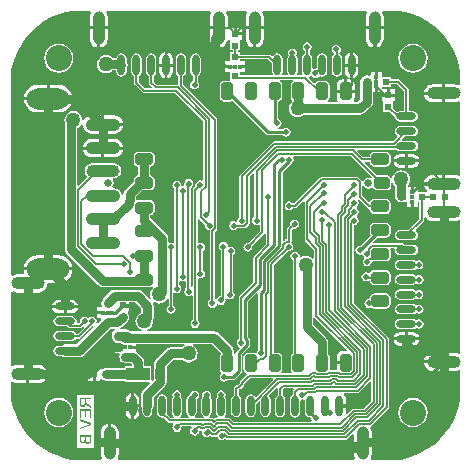
<source format=gbl>
G04 Layer_Physical_Order=2*
G04 Layer_Color=16711680*
%FSLAX42Y42*%
%MOMM*%
G71*
G01*
G75*
%ADD14C,0.25*%
%ADD15C,0.80*%
%ADD16C,0.15*%
%ADD17C,0.15*%
%ADD18R,0.41X0.41*%
%ADD19C,2.21*%
%ADD20C,0.66*%
%ADD21R,0.41X0.41*%
%ADD22C,0.50*%
%ADD23C,1.27*%
%ADD24C,0.45*%
G04:AMPARAMS|DCode=25|XSize=2.82mm|YSize=1.02mm|CornerRadius=0.51mm|HoleSize=0mm|Usage=FLASHONLY|Rotation=90.000|XOffset=0mm|YOffset=0mm|HoleType=Round|Shape=RoundedRectangle|*
%AMROUNDEDRECTD25*
21,1,2.82,0.00,0,0,90.0*
21,1,1.80,1.02,0,0,90.0*
1,1,1.02,0.00,0.90*
1,1,1.02,0.00,-0.90*
1,1,1.02,0.00,-0.90*
1,1,1.02,0.00,0.90*
%
%ADD25ROUNDEDRECTD25*%
G04:AMPARAMS|DCode=26|XSize=0.61mm|YSize=1.7mm|CornerRadius=0.3mm|HoleSize=0mm|Usage=FLASHONLY|Rotation=180.000|XOffset=0mm|YOffset=0mm|HoleType=Round|Shape=RoundedRectangle|*
%AMROUNDEDRECTD26*
21,1,0.61,1.09,0,0,180.0*
21,1,0.00,1.70,0,0,180.0*
1,1,0.61,0.00,0.55*
1,1,0.61,0.00,0.55*
1,1,0.61,0.00,-0.55*
1,1,0.61,0.00,-0.55*
%
%ADD26ROUNDEDRECTD26*%
%ADD27R,2.01X1.12*%
%ADD28R,0.81X0.81*%
%ADD29R,0.61X0.51*%
%ADD30R,0.61X0.61*%
G04:AMPARAMS|DCode=31|XSize=0.61mm|YSize=1.7mm|CornerRadius=0.3mm|HoleSize=0mm|Usage=FLASHONLY|Rotation=270.000|XOffset=0mm|YOffset=0mm|HoleType=Round|Shape=RoundedRectangle|*
%AMROUNDEDRECTD31*
21,1,0.61,1.09,0,0,270.0*
21,1,0.00,1.70,0,0,270.0*
1,1,0.61,-0.55,0.00*
1,1,0.61,-0.55,0.00*
1,1,0.61,0.55,0.00*
1,1,0.61,0.55,0.00*
%
%ADD31ROUNDEDRECTD31*%
G04:AMPARAMS|DCode=32|XSize=2.82mm|YSize=1.02mm|CornerRadius=0.51mm|HoleSize=0mm|Usage=FLASHONLY|Rotation=180.000|XOffset=0mm|YOffset=0mm|HoleType=Round|Shape=RoundedRectangle|*
%AMROUNDEDRECTD32*
21,1,2.82,0.00,0,0,180.0*
21,1,1.80,1.02,0,0,180.0*
1,1,1.02,-0.90,0.00*
1,1,1.02,0.90,0.00*
1,1,1.02,0.90,0.00*
1,1,1.02,-0.90,0.00*
%
%ADD32ROUNDEDRECTD32*%
G04:AMPARAMS|DCode=33|XSize=3.61mm|YSize=1.8mm|CornerRadius=0.9mm|HoleSize=0mm|Usage=FLASHONLY|Rotation=0.000|XOffset=0mm|YOffset=0mm|HoleType=Round|Shape=RoundedRectangle|*
%AMROUNDEDRECTD33*
21,1,3.61,0.00,0,0,0.0*
21,1,1.80,1.80,0,0,0.0*
1,1,1.80,0.90,0.00*
1,1,1.80,-0.90,0.00*
1,1,1.80,-0.90,0.00*
1,1,1.80,0.90,0.00*
%
%ADD33ROUNDEDRECTD33*%
G04:AMPARAMS|DCode=34|XSize=1.02mm|YSize=2.92mm|CornerRadius=0.51mm|HoleSize=0mm|Usage=FLASHONLY|Rotation=90.000|XOffset=0mm|YOffset=0mm|HoleType=Round|Shape=RoundedRectangle|*
%AMROUNDEDRECTD34*
21,1,1.02,1.91,0,0,90.0*
21,1,0.00,2.92,0,0,90.0*
1,1,1.02,0.95,0.00*
1,1,1.02,0.95,0.00*
1,1,1.02,-0.95,0.00*
1,1,1.02,-0.95,0.00*
%
%ADD34ROUNDEDRECTD34*%
G04:AMPARAMS|DCode=35|XSize=1.02mm|YSize=2.8mm|CornerRadius=0.51mm|HoleSize=0mm|Usage=FLASHONLY|Rotation=90.000|XOffset=0mm|YOffset=0mm|HoleType=Round|Shape=RoundedRectangle|*
%AMROUNDEDRECTD35*
21,1,1.02,1.78,0,0,90.0*
21,1,0.00,2.80,0,0,90.0*
1,1,1.02,0.89,0.00*
1,1,1.02,0.89,0.00*
1,1,1.02,-0.89,0.00*
1,1,1.02,-0.89,0.00*
%
%ADD35ROUNDEDRECTD35*%
G04:AMPARAMS|DCode=36|XSize=1.5mm|YSize=1.02mm|CornerRadius=0.25mm|HoleSize=0mm|Usage=FLASHONLY|Rotation=180.000|XOffset=0mm|YOffset=0mm|HoleType=Round|Shape=RoundedRectangle|*
%AMROUNDEDRECTD36*
21,1,1.50,0.51,0,0,180.0*
21,1,0.99,1.02,0,0,180.0*
1,1,0.51,-0.50,0.25*
1,1,0.51,0.50,0.25*
1,1,0.51,0.50,-0.25*
1,1,0.51,-0.50,-0.25*
%
%ADD36ROUNDEDRECTD36*%
G04:AMPARAMS|DCode=37|XSize=1.3mm|YSize=1.02mm|CornerRadius=0.25mm|HoleSize=0mm|Usage=FLASHONLY|Rotation=180.000|XOffset=0mm|YOffset=0mm|HoleType=Round|Shape=RoundedRectangle|*
%AMROUNDEDRECTD37*
21,1,1.30,0.51,0,0,180.0*
21,1,0.79,1.02,0,0,180.0*
1,1,0.51,-0.40,0.25*
1,1,0.51,0.40,0.25*
1,1,0.51,0.40,-0.25*
1,1,0.51,-0.40,-0.25*
%
%ADD37ROUNDEDRECTD37*%
G04:AMPARAMS|DCode=38|XSize=1.5mm|YSize=1.02mm|CornerRadius=0.25mm|HoleSize=0mm|Usage=FLASHONLY|Rotation=90.000|XOffset=0mm|YOffset=0mm|HoleType=Round|Shape=RoundedRectangle|*
%AMROUNDEDRECTD38*
21,1,1.50,0.51,0,0,90.0*
21,1,0.99,1.02,0,0,90.0*
1,1,0.51,0.25,0.50*
1,1,0.51,0.25,-0.50*
1,1,0.51,-0.25,-0.50*
1,1,0.51,-0.25,0.50*
%
%ADD38ROUNDEDRECTD38*%
%ADD39R,0.61X0.61*%
%ADD40R,0.51X0.61*%
G36*
X7336Y3194D02*
Y3038D01*
X7271Y2973D01*
X7189D01*
X7181Y2971D01*
X7174Y2967D01*
X7136Y2928D01*
X7124Y2935D01*
X7125Y2940D01*
Y2982D01*
X7068D01*
Y3008D01*
X7125D01*
Y3050D01*
X7121Y3071D01*
X7109Y3090D01*
X7106Y3092D01*
X7109Y3105D01*
X7222D01*
X7229Y3106D01*
X7236Y3111D01*
X7325Y3199D01*
X7336Y3194D01*
D02*
G37*
G36*
X7129Y3472D02*
X7124Y3460D01*
X7094D01*
X7075Y3456D01*
X7058Y3445D01*
X7047Y3428D01*
X7043Y3408D01*
Y3372D01*
X7120D01*
Y3346D01*
X7043D01*
Y3309D01*
X7043Y3308D01*
X7035Y3298D01*
X6992D01*
X6984Y3308D01*
X6984Y3309D01*
Y3408D01*
X6981Y3423D01*
X6974Y3435D01*
Y3535D01*
X6969Y3556D01*
X6958Y3573D01*
X6845Y3686D01*
Y3739D01*
X6854Y3743D01*
X6858Y3743D01*
X7129Y3472D01*
D02*
G37*
G36*
X5758Y3507D02*
X5753Y3505D01*
X5737Y3493D01*
X5736Y3492D01*
X5639D01*
X5618Y3488D01*
X5601Y3477D01*
X5514Y3390D01*
X5503Y3373D01*
X5499Y3352D01*
Y3264D01*
Y3222D01*
X5486Y3210D01*
X5474Y3214D01*
Y3332D01*
X5415D01*
Y3369D01*
X5411Y3389D01*
X5399Y3406D01*
X5355Y3450D01*
X5342Y3459D01*
Y3480D01*
X5297D01*
Y3505D01*
X5342D01*
Y3520D01*
X5755D01*
X5758Y3507D01*
D02*
G37*
G36*
X6499Y5895D02*
Y5825D01*
X6502Y5809D01*
X6504Y5807D01*
X6498Y5795D01*
X6228D01*
Y5822D01*
X6271D01*
Y5855D01*
X6226D01*
Y5880D01*
X6271D01*
Y5913D01*
X6228D01*
Y5928D01*
X6466D01*
X6499Y5895D01*
D02*
G37*
G36*
X5388Y3823D02*
Y3784D01*
X5378Y3780D01*
X5362Y3768D01*
X5350Y3752D01*
X5342Y3734D01*
X5339Y3714D01*
X5342Y3694D01*
X5350Y3675D01*
X5362Y3659D01*
X5378Y3647D01*
X5396Y3639D01*
X5394Y3628D01*
X5298D01*
X5282Y3638D01*
X5262Y3642D01*
X5213D01*
X5212Y3646D01*
X5211Y3655D01*
X5226Y3665D01*
X5270Y3709D01*
X5276D01*
Y3717D01*
X5282Y3727D01*
X5286Y3747D01*
X5282Y3768D01*
X5278Y3774D01*
X5276Y3785D01*
X5276D01*
Y3785D01*
X5277Y3797D01*
X5278Y3797D01*
X5288D01*
Y3835D01*
X5232D01*
Y3861D01*
X5288D01*
Y3872D01*
X5338D01*
X5388Y3823D01*
D02*
G37*
G36*
X4959Y6340D02*
X4965Y6327D01*
X4963Y6324D01*
X4955Y6305D01*
X4952Y6285D01*
Y6208D01*
X5106D01*
Y6285D01*
X5103Y6305D01*
X5096Y6324D01*
X5093Y6327D01*
X5099Y6340D01*
X5975Y6340D01*
X5981Y6327D01*
X5978Y6324D01*
X5970Y6305D01*
X5968Y6285D01*
Y6208D01*
X6045D01*
Y6195D01*
X6057D01*
Y6030D01*
X6065Y6031D01*
X6083Y6038D01*
X6099Y6050D01*
X6111Y6066D01*
X6119Y6085D01*
X6119Y6086D01*
X6130Y6094D01*
X6140Y6092D01*
X6142Y6084D01*
X6142Y6083D01*
Y6008D01*
X6164D01*
Y5992D01*
X6142D01*
Y5913D01*
X6099D01*
Y5880D01*
X6145D01*
Y5855D01*
X6099D01*
Y5822D01*
X6142D01*
Y5747D01*
X6093D01*
X6079Y5744D01*
X6066Y5736D01*
X6058Y5723D01*
X6055Y5708D01*
Y5609D01*
X6058Y5594D01*
X6066Y5582D01*
X6079Y5573D01*
X6093Y5570D01*
X6144D01*
X6159Y5573D01*
X6164Y5577D01*
X6446Y5295D01*
X6454Y5290D01*
X6464Y5288D01*
X6588D01*
X6589Y5286D01*
X6602Y5278D01*
X6616Y5275D01*
X6631Y5278D01*
X6643Y5286D01*
X6652Y5299D01*
X6655Y5314D01*
X6652Y5328D01*
X6643Y5341D01*
X6631Y5349D01*
X6616Y5352D01*
X6602Y5349D01*
X6589Y5341D01*
X6588Y5340D01*
X6553D01*
X6551Y5352D01*
X6556Y5353D01*
X6568Y5361D01*
X6577Y5374D01*
X6580Y5389D01*
X6577Y5403D01*
X6568Y5416D01*
X6556Y5424D01*
X6546Y5426D01*
Y5571D01*
X6560Y5573D01*
X6573Y5582D01*
X6581Y5594D01*
X6584Y5609D01*
Y5708D01*
X6581Y5723D01*
X6573Y5736D01*
X6565Y5741D01*
X6568Y5754D01*
X6671D01*
X6675Y5741D01*
X6667Y5736D01*
X6659Y5723D01*
X6656Y5708D01*
Y5609D01*
X6659Y5594D01*
X6666Y5583D01*
Y5571D01*
X6662Y5568D01*
X6650Y5552D01*
X6642Y5534D01*
X6639Y5514D01*
X6642Y5494D01*
X6650Y5475D01*
X6662Y5459D01*
X6678Y5447D01*
X6696Y5439D01*
X6716Y5437D01*
X6736Y5439D01*
X6755Y5447D01*
X6771Y5459D01*
X6771Y5460D01*
X7241D01*
X7262Y5464D01*
X7279Y5476D01*
X7337Y5533D01*
X7348Y5551D01*
X7352Y5571D01*
Y5654D01*
X7366D01*
Y5700D01*
X7391D01*
Y5654D01*
X7424D01*
Y5639D01*
X7468D01*
Y5677D01*
X7424D01*
Y5695D01*
Y5697D01*
X7503D01*
Y5720D01*
X7556D01*
X7614Y5661D01*
Y5490D01*
X7580D01*
X7564Y5486D01*
X7554Y5480D01*
X7523Y5511D01*
Y5563D01*
X7523D01*
X7525Y5575D01*
X7536D01*
Y5613D01*
X7424D01*
Y5575D01*
X7435D01*
X7437Y5563D01*
X7437D01*
Y5487D01*
X7489D01*
X7538Y5439D01*
X7540Y5429D01*
X7549Y5415D01*
X7564Y5405D01*
X7580Y5402D01*
X7690D01*
X7706Y5405D01*
X7721Y5415D01*
X7730Y5429D01*
X7734Y5446D01*
X7730Y5463D01*
X7721Y5477D01*
X7706Y5486D01*
X7690Y5490D01*
X7656D01*
Y5670D01*
X7656Y5670D01*
X7654Y5678D01*
X7650Y5684D01*
X7579Y5755D01*
X7572Y5759D01*
X7564Y5761D01*
X7503D01*
Y5784D01*
X7424D01*
Y5826D01*
X7391D01*
Y5780D01*
X7366D01*
Y5826D01*
X7333D01*
Y5796D01*
X7320Y5789D01*
X7319Y5790D01*
X7299Y5794D01*
X7278Y5790D01*
X7268Y5784D01*
X7256D01*
Y5771D01*
X7249Y5761D01*
X7245Y5740D01*
Y5593D01*
X7219Y5567D01*
X7194D01*
X7187Y5580D01*
X7193Y5589D01*
X7197Y5609D01*
Y5646D01*
X7043D01*
Y5609D01*
X7047Y5589D01*
X7053Y5580D01*
X7046Y5567D01*
X6974D01*
X6970Y5580D01*
X6973Y5582D01*
X6981Y5594D01*
X6984Y5609D01*
Y5708D01*
X6981Y5723D01*
X6973Y5736D01*
X6960Y5744D01*
X6945Y5747D01*
X6894D01*
X6880Y5744D01*
X6867Y5736D01*
X6865Y5733D01*
X6852Y5732D01*
X6811Y5773D01*
X6815Y5787D01*
X6818Y5789D01*
X6834Y5787D01*
X6835Y5786D01*
X6836Y5784D01*
X6849Y5775D01*
X6864Y5773D01*
X6878Y5775D01*
X6891Y5784D01*
X6902Y5786D01*
X6904Y5785D01*
X6921Y5781D01*
X6937Y5785D01*
X6952Y5794D01*
X6961Y5809D01*
X6965Y5825D01*
Y5935D01*
X6961Y5951D01*
X6952Y5966D01*
X6937Y5975D01*
X6921Y5979D01*
X6904Y5975D01*
X6889Y5966D01*
X6880Y5951D01*
X6876Y5935D01*
Y5859D01*
X6865Y5849D01*
X6864Y5849D01*
X6851Y5847D01*
X6839Y5854D01*
Y5935D01*
X6835Y5951D01*
X6826Y5966D01*
X6815Y5973D01*
Y6004D01*
X6822Y6008D01*
X6830Y6021D01*
X6833Y6035D01*
X6830Y6050D01*
X6822Y6063D01*
X6809Y6071D01*
X6794Y6074D01*
X6780Y6071D01*
X6767Y6063D01*
X6759Y6050D01*
X6756Y6035D01*
X6759Y6021D01*
X6767Y6008D01*
X6774Y6004D01*
Y5973D01*
X6763Y5966D01*
X6754Y5951D01*
X6750Y5935D01*
Y5825D01*
X6754Y5809D01*
X6755Y5807D01*
X6749Y5795D01*
X6715D01*
X6709Y5807D01*
X6711Y5809D01*
X6714Y5825D01*
Y5935D01*
X6711Y5951D01*
X6702Y5965D01*
X6706Y5970D01*
X6708Y5985D01*
X6706Y6000D01*
X6697Y6012D01*
X6685Y6020D01*
X6670Y6023D01*
X6655Y6020D01*
X6643Y6012D01*
X6635Y6000D01*
X6632Y5985D01*
X6635Y5970D01*
X6638Y5965D01*
X6629Y5951D01*
X6626Y5935D01*
Y5825D01*
X6629Y5809D01*
X6631Y5807D01*
X6625Y5795D01*
X6588D01*
X6582Y5807D01*
X6584Y5809D01*
X6587Y5825D01*
Y5935D01*
X6584Y5951D01*
X6574Y5966D01*
X6560Y5975D01*
X6543Y5979D01*
X6526Y5975D01*
X6512Y5966D01*
X6509Y5961D01*
X6493Y5960D01*
X6489Y5963D01*
X6482Y5968D01*
X6474Y5969D01*
X6228D01*
Y5992D01*
X6205D01*
Y6008D01*
X6228D01*
Y6083D01*
X6228Y6084D01*
X6230Y6096D01*
X6241D01*
Y6134D01*
X6185D01*
Y6147D01*
X6172D01*
Y6198D01*
X6134D01*
X6129Y6198D01*
X6122Y6207D01*
X6122Y6207D01*
Y6285D01*
X6119Y6305D01*
X6111Y6324D01*
X6109Y6327D01*
X6115Y6340D01*
X6280Y6340D01*
X6286Y6327D01*
X6283Y6324D01*
X6276Y6305D01*
X6273Y6285D01*
Y6208D01*
X6427D01*
Y6285D01*
X6424Y6305D01*
X6417Y6324D01*
X6414Y6327D01*
X6420Y6340D01*
X7295Y6340D01*
X7302Y6327D01*
X7299Y6324D01*
X7291Y6305D01*
X7289Y6285D01*
Y6208D01*
X7442D01*
Y6285D01*
X7440Y6305D01*
X7432Y6324D01*
X7429Y6327D01*
X7436Y6340D01*
X7578Y6340D01*
X7625Y6332D01*
X7690Y6313D01*
X7753Y6287D01*
X7813Y6254D01*
X7868Y6215D01*
X7919Y6169D01*
X7965Y6118D01*
X8004Y6063D01*
X8037Y6003D01*
X8063Y5940D01*
X8082Y5875D01*
X8091Y5824D01*
X8090Y5713D01*
X8079Y5708D01*
X8079Y5708D01*
X8060Y5716D01*
X8040Y5718D01*
X7963D01*
Y5641D01*
Y5564D01*
X8040D01*
X8060Y5567D01*
X8079Y5575D01*
X8079Y5575D01*
X8090Y5570D01*
X8090Y4947D01*
X8087Y4946D01*
X8078Y4942D01*
X8060Y4950D01*
X8040Y4952D01*
X7963D01*
Y4875D01*
X7950D01*
Y4863D01*
X7785D01*
X7786Y4855D01*
X7793Y4837D01*
X7805Y4821D01*
X7810Y4818D01*
X7805Y4806D01*
X7729D01*
Y4848D01*
X7696D01*
Y4803D01*
X7671D01*
Y4848D01*
X7651D01*
X7649Y4852D01*
X7647Y4861D01*
X7658Y4875D01*
X7665Y4894D01*
X7668Y4914D01*
X7665Y4934D01*
X7658Y4952D01*
X7646Y4968D01*
X7630Y4980D01*
X7611Y4988D01*
X7591Y4991D01*
X7571Y4988D01*
X7553Y4980D01*
X7537Y4968D01*
X7525Y4952D01*
X7517Y4934D01*
X7516Y4929D01*
X7503Y4927D01*
X7497Y4937D01*
X7484Y4945D01*
X7470Y4948D01*
X7390D01*
X7387Y4947D01*
X7282Y5052D01*
X7287Y5063D01*
X7325D01*
Y5058D01*
X7328Y5044D01*
X7336Y5031D01*
X7349Y5023D01*
X7364Y5020D01*
X7463D01*
X7478Y5023D01*
X7490Y5031D01*
X7499Y5044D01*
X7502Y5058D01*
Y5109D01*
X7499Y5124D01*
X7490Y5137D01*
X7478Y5145D01*
X7463Y5148D01*
X7364D01*
X7349Y5145D01*
X7336Y5137D01*
X7328Y5124D01*
X7325Y5109D01*
Y5104D01*
X7269D01*
X7220Y5154D01*
X7224Y5165D01*
X7548D01*
X7549Y5164D01*
X7564Y5155D01*
X7580Y5151D01*
X7690D01*
X7706Y5155D01*
X7721Y5164D01*
X7730Y5178D01*
X7734Y5195D01*
X7730Y5212D01*
X7721Y5226D01*
X7706Y5236D01*
X7690Y5239D01*
X7598D01*
X7594Y5251D01*
X7620Y5277D01*
X7690D01*
X7706Y5281D01*
X7721Y5290D01*
X7730Y5304D01*
X7734Y5321D01*
X7730Y5338D01*
X7721Y5352D01*
X7706Y5362D01*
X7690Y5365D01*
X7580D01*
X7564Y5362D01*
X7549Y5352D01*
X7540Y5338D01*
X7536Y5321D01*
X7540Y5304D01*
X7549Y5290D01*
X7554Y5287D01*
X7555Y5271D01*
X7519Y5234D01*
X6516D01*
X6508Y5233D01*
X6502Y5228D01*
X6502Y5228D01*
X6227Y4953D01*
X6222Y4947D01*
X6221Y4939D01*
Y4595D01*
X6214Y4591D01*
X6206Y4578D01*
X6203Y4564D01*
X6203Y4561D01*
X6192Y4553D01*
X6187Y4557D01*
X6172Y4560D01*
X6157Y4557D01*
X6145Y4548D01*
X6137Y4536D01*
X6134Y4521D01*
X6137Y4506D01*
X6145Y4494D01*
X6157Y4486D01*
X6172Y4483D01*
X6187Y4486D01*
X6199Y4494D01*
X6202Y4498D01*
X6260D01*
X6268Y4499D01*
X6275Y4504D01*
X6301Y4530D01*
X6305Y4537D01*
X6307Y4545D01*
Y4936D01*
X6334Y4963D01*
X6346Y4958D01*
Y4595D01*
X6339Y4591D01*
X6331Y4578D01*
X6328Y4564D01*
X6331Y4549D01*
X6339Y4536D01*
X6352Y4528D01*
X6366Y4525D01*
X6381Y4528D01*
X6383Y4529D01*
X6396Y4523D01*
Y4472D01*
X6299Y4376D01*
X6291Y4377D01*
X6277Y4374D01*
X6264Y4366D01*
X6256Y4353D01*
X6253Y4339D01*
X6256Y4324D01*
X6264Y4311D01*
X6277Y4303D01*
X6291Y4300D01*
X6306Y4303D01*
X6318Y4311D01*
X6327Y4324D01*
X6330Y4339D01*
X6328Y4346D01*
X6431Y4449D01*
X6433Y4452D01*
X6446Y4448D01*
Y4365D01*
X6345Y4265D01*
X6341Y4258D01*
X6339Y4250D01*
Y4041D01*
X6221Y3923D01*
X6217Y3916D01*
X6215Y3908D01*
Y3562D01*
X6209Y3558D01*
X6200Y3545D01*
X6197Y3531D01*
X6200Y3516D01*
X6209Y3503D01*
X6219Y3497D01*
X6223Y3483D01*
X6198Y3458D01*
X6192Y3450D01*
X6190Y3440D01*
Y3439D01*
X6178Y3433D01*
X6173Y3438D01*
Y3461D01*
X6169Y3482D01*
X6157Y3499D01*
X6044Y3612D01*
X6027Y3623D01*
X6006Y3628D01*
X5439D01*
X5436Y3639D01*
X5455Y3647D01*
X5471Y3659D01*
X5483Y3675D01*
X5490Y3694D01*
X5493Y3714D01*
X5492Y3723D01*
X5495Y3739D01*
Y3845D01*
X5491Y3865D01*
X5492Y3866D01*
X5501Y3874D01*
X5503Y3872D01*
X5521Y3864D01*
X5541Y3862D01*
X5561Y3864D01*
X5580Y3872D01*
X5596Y3884D01*
X5608Y3900D01*
X5608Y3901D01*
X5621Y3898D01*
Y3845D01*
X5614Y3841D01*
X5606Y3828D01*
X5603Y3814D01*
X5606Y3799D01*
X5614Y3786D01*
X5627Y3778D01*
X5641Y3775D01*
X5656Y3778D01*
X5668Y3786D01*
X5677Y3799D01*
X5680Y3814D01*
X5677Y3828D01*
X5668Y3841D01*
X5662Y3845D01*
Y3948D01*
X5675Y3954D01*
X5677Y3953D01*
X5691Y3950D01*
X5706Y3953D01*
X5718Y3961D01*
X5727Y3974D01*
X5730Y3989D01*
X5727Y4003D01*
X5718Y4016D01*
X5712Y4020D01*
Y4048D01*
X5725Y4054D01*
X5727Y4053D01*
X5741Y4050D01*
X5753Y4053D01*
X5766Y4046D01*
Y3991D01*
X5764Y3990D01*
X5756Y3977D01*
X5753Y3962D01*
X5756Y3948D01*
X5764Y3935D01*
X5776Y3927D01*
X5791Y3924D01*
X5806Y3927D01*
X5813Y3931D01*
X5825Y3925D01*
Y3725D01*
X5819Y3721D01*
X5811Y3708D01*
X5808Y3693D01*
X5811Y3679D01*
X5819Y3666D01*
X5831Y3658D01*
X5846Y3655D01*
X5861Y3658D01*
X5873Y3666D01*
X5882Y3679D01*
X5884Y3693D01*
X5882Y3708D01*
X5873Y3721D01*
X5867Y3725D01*
Y4071D01*
X5879Y4078D01*
X5891Y4075D01*
X5906Y4078D01*
X5918Y4086D01*
X5927Y4099D01*
X5930Y4114D01*
X5927Y4128D01*
X5918Y4141D01*
X5912Y4145D01*
Y4307D01*
X5918Y4311D01*
X5927Y4324D01*
X5930Y4339D01*
X5927Y4353D01*
X5918Y4366D01*
X5906Y4374D01*
X5891Y4377D01*
X5879Y4375D01*
X5867Y4382D01*
Y4579D01*
X5879Y4583D01*
X5881Y4580D01*
X5932Y4529D01*
X5931Y4521D01*
X5933Y4506D01*
X5942Y4494D01*
X5954Y4486D01*
X5969Y4483D01*
X5971Y4470D01*
Y3895D01*
X5964Y3891D01*
X5956Y3878D01*
X5953Y3864D01*
X5956Y3849D01*
X5964Y3836D01*
X5977Y3828D01*
X5991Y3825D01*
X6006Y3828D01*
X6018Y3836D01*
X6027Y3849D01*
X6028Y3855D01*
X6032Y3857D01*
X6042Y3860D01*
X6052Y3853D01*
X6066Y3850D01*
X6081Y3853D01*
X6093Y3861D01*
X6102Y3874D01*
X6105Y3889D01*
X6103Y3897D01*
X6105Y3900D01*
X6105Y3901D01*
X6119Y3905D01*
X6127Y3900D01*
X6141Y3897D01*
X6156Y3900D01*
X6168Y3908D01*
X6177Y3921D01*
X6180Y3935D01*
X6177Y3950D01*
X6168Y3963D01*
X6167Y3963D01*
Y4274D01*
X6174Y4278D01*
X6182Y4291D01*
X6185Y4305D01*
X6182Y4320D01*
X6174Y4332D01*
X6162Y4341D01*
X6147Y4344D01*
X6137Y4342D01*
X6130Y4343D01*
X6123Y4350D01*
X6121Y4359D01*
X6113Y4371D01*
X6101Y4380D01*
X6086Y4382D01*
X6071Y4380D01*
X6059Y4371D01*
X6050Y4359D01*
X6047Y4344D01*
X6050Y4329D01*
X6059Y4317D01*
X6065Y4312D01*
Y3927D01*
X6052Y3924D01*
X6039Y3916D01*
X6032Y3905D01*
X6029Y3903D01*
X6017Y3900D01*
X6012Y3904D01*
Y4471D01*
X6029Y4488D01*
X6033Y4495D01*
X6035Y4502D01*
Y5416D01*
X6035Y5416D01*
X6033Y5424D01*
X6029Y5430D01*
X5745Y5714D01*
Y5787D01*
X5756Y5794D01*
X5765Y5809D01*
X5769Y5825D01*
Y5935D01*
X5765Y5951D01*
X5756Y5966D01*
X5742Y5975D01*
X5725Y5979D01*
X5708Y5975D01*
X5694Y5966D01*
X5684Y5951D01*
X5681Y5935D01*
Y5825D01*
X5684Y5809D01*
X5694Y5794D01*
X5704Y5787D01*
Y5716D01*
X5699Y5712D01*
X5522D01*
X5494Y5740D01*
Y5787D01*
X5505Y5794D01*
X5514Y5809D01*
X5518Y5825D01*
Y5935D01*
X5514Y5951D01*
X5505Y5966D01*
X5491Y5975D01*
X5474Y5979D01*
X5457Y5975D01*
X5443Y5966D01*
X5433Y5951D01*
X5430Y5935D01*
Y5825D01*
X5433Y5809D01*
X5443Y5794D01*
X5453Y5787D01*
Y5731D01*
X5455Y5723D01*
X5459Y5717D01*
X5480Y5696D01*
X5475Y5684D01*
X5425D01*
X5370Y5739D01*
Y5787D01*
X5380Y5794D01*
X5390Y5809D01*
X5393Y5825D01*
Y5935D01*
X5390Y5951D01*
X5380Y5966D01*
X5366Y5975D01*
X5349Y5979D01*
X5332Y5975D01*
X5318Y5966D01*
X5309Y5951D01*
X5305Y5935D01*
Y5825D01*
X5309Y5809D01*
X5318Y5794D01*
X5329Y5787D01*
Y5731D01*
X5330Y5723D01*
X5335Y5716D01*
X5402Y5649D01*
X5408Y5645D01*
X5416Y5643D01*
X5679D01*
X5914Y5409D01*
Y4909D01*
X5906Y4904D01*
X5901Y4903D01*
X5888Y4906D01*
X5873Y4903D01*
X5861Y4894D01*
X5852Y4882D01*
X5849Y4867D01*
X5851Y4859D01*
X5831Y4840D01*
X5827Y4833D01*
X5825Y4826D01*
Y4008D01*
X5813Y4001D01*
X5807Y4005D01*
Y4842D01*
X5818Y4850D01*
X5827Y4862D01*
X5830Y4877D01*
X5827Y4892D01*
X5818Y4904D01*
X5806Y4912D01*
X5791Y4915D01*
X5776Y4912D01*
X5764Y4904D01*
X5756Y4892D01*
X5753Y4877D01*
X5755Y4864D01*
X5747Y4853D01*
X5738Y4853D01*
X5730Y4863D01*
X5730Y4864D01*
X5727Y4878D01*
X5718Y4891D01*
X5706Y4899D01*
X5691Y4902D01*
X5677Y4899D01*
X5664Y4891D01*
X5656Y4878D01*
X5653Y4864D01*
X5656Y4849D01*
X5664Y4836D01*
X5671Y4832D01*
Y4380D01*
X5658Y4373D01*
X5656Y4374D01*
X5641Y4377D01*
X5633Y4375D01*
X5621Y4383D01*
X5620Y4385D01*
Y4410D01*
X5616Y4431D01*
X5604Y4448D01*
X5467Y4586D01*
Y4610D01*
X5478Y4613D01*
X5490Y4621D01*
X5499Y4634D01*
X5502Y4649D01*
Y4699D01*
X5499Y4714D01*
X5490Y4727D01*
X5478Y4735D01*
X5463Y4738D01*
X5363D01*
X5357Y4737D01*
X5357Y4737D01*
X5345Y4747D01*
Y4766D01*
X5398Y4820D01*
X5463D01*
X5478Y4823D01*
X5490Y4831D01*
X5499Y4844D01*
X5502Y4858D01*
Y4909D01*
X5499Y4924D01*
X5490Y4937D01*
X5478Y4945D01*
X5467Y4947D01*
Y5020D01*
X5478Y5023D01*
X5490Y5031D01*
X5499Y5044D01*
X5502Y5058D01*
Y5109D01*
X5499Y5124D01*
X5490Y5137D01*
X5478Y5145D01*
X5463Y5148D01*
X5363D01*
X5349Y5145D01*
X5336Y5137D01*
X5328Y5124D01*
X5325Y5109D01*
Y5058D01*
X5328Y5044D01*
X5336Y5031D01*
X5349Y5023D01*
X5359Y5020D01*
Y4947D01*
X5349Y4945D01*
X5336Y4937D01*
X5328Y4924D01*
X5325Y4909D01*
Y4898D01*
X5253Y4827D01*
X5242Y4809D01*
X5238Y4789D01*
Y4781D01*
X5225Y4780D01*
X5221Y4800D01*
X5207Y4821D01*
X5186Y4835D01*
X5161Y4840D01*
X5152D01*
X5146Y4853D01*
X5154Y4864D01*
X5157Y4881D01*
X5154Y4899D01*
X5147Y4909D01*
X5153Y4922D01*
X5155D01*
X5180Y4927D01*
X5201Y4941D01*
X5215Y4962D01*
X5220Y4987D01*
X5215Y5012D01*
X5201Y5033D01*
X5180Y5047D01*
X5155Y5052D01*
X4976D01*
X4952Y5047D01*
X4931Y5033D01*
X4917Y5012D01*
X4912Y4987D01*
X4917Y4962D01*
X4931Y4941D01*
X4931Y4933D01*
X4860Y4861D01*
X4848Y4866D01*
Y5344D01*
X4855Y5347D01*
X4871Y5359D01*
X4881Y5373D01*
X4889Y5373D01*
X4894Y5370D01*
X4896Y5357D01*
X4904Y5338D01*
X4916Y5322D01*
X4932Y5310D01*
X4951Y5303D01*
X4970Y5300D01*
X5053D01*
Y5377D01*
Y5454D01*
X4970D01*
X4951Y5451D01*
X4932Y5443D01*
X4916Y5431D01*
X4905Y5417D01*
X4898Y5418D01*
X4892Y5420D01*
X4890Y5434D01*
X4883Y5452D01*
X4871Y5468D01*
X4855Y5480D01*
X4836Y5488D01*
X4816Y5491D01*
X4796Y5488D01*
X4778Y5480D01*
X4762Y5468D01*
X4750Y5452D01*
X4742Y5434D01*
X4739Y5414D01*
X4742Y5397D01*
X4740Y5392D01*
Y4326D01*
X4745Y4305D01*
X4756Y4288D01*
X5027Y4017D01*
X5045Y4005D01*
X5065Y4001D01*
X5313D01*
X5316Y4000D01*
X5320Y4001D01*
X5357D01*
X5363Y4000D01*
X5463D01*
X5478Y4003D01*
X5485Y4008D01*
X5493Y3997D01*
X5487Y3993D01*
X5475Y3977D01*
X5467Y3959D01*
X5464Y3939D01*
X5467Y3919D01*
X5471Y3909D01*
X5460Y3902D01*
X5398Y3964D01*
X5381Y3976D01*
X5360Y3980D01*
X5167D01*
X5146Y3976D01*
X5129Y3964D01*
X5073Y3908D01*
X5062D01*
Y3895D01*
X5056Y3885D01*
X5052Y3865D01*
X5056Y3844D01*
X5056Y3843D01*
X5050Y3830D01*
X5019D01*
Y3797D01*
X5065D01*
Y3772D01*
X5019D01*
Y3739D01*
X5047D01*
X5052Y3726D01*
X5021Y3695D01*
X5008Y3699D01*
X5008Y3700D01*
X5011Y3714D01*
X5008Y3728D01*
X4999Y3741D01*
X4987Y3749D01*
X4972Y3752D01*
X4957Y3749D01*
X4950Y3744D01*
X4941Y3742D01*
X4932Y3744D01*
X4924Y3749D01*
X4910Y3752D01*
X4895Y3749D01*
X4882Y3741D01*
X4874Y3728D01*
X4871Y3714D01*
X4872Y3707D01*
X4864Y3698D01*
X4851Y3698D01*
X4843Y3708D01*
X4844Y3712D01*
X4840Y3729D01*
X4831Y3743D01*
X4816Y3753D01*
X4800Y3756D01*
X4690D01*
X4674Y3753D01*
X4659Y3743D01*
X4650Y3729D01*
X4646Y3712D01*
X4650Y3695D01*
X4659Y3681D01*
X4674Y3671D01*
X4690Y3668D01*
X4760D01*
X4768Y3659D01*
X4775Y3655D01*
X4783Y3653D01*
X4870D01*
X4878Y3655D01*
X4884Y3659D01*
X4895Y3670D01*
X4900Y3669D01*
X4904Y3656D01*
X4855Y3607D01*
X4838D01*
X4831Y3617D01*
X4816Y3627D01*
X4800Y3630D01*
X4690D01*
X4674Y3627D01*
X4659Y3617D01*
X4650Y3603D01*
X4646Y3586D01*
X4650Y3569D01*
X4659Y3555D01*
X4674Y3545D01*
X4690Y3542D01*
X4800D01*
X4816Y3545D01*
X4831Y3555D01*
X4838Y3565D01*
X4864D01*
X4871Y3567D01*
X4878Y3571D01*
X4977Y3670D01*
X4978Y3670D01*
X4983Y3657D01*
X4841Y3515D01*
X4745D01*
X4724Y3511D01*
X4716Y3506D01*
X4690D01*
X4674Y3502D01*
X4659Y3493D01*
X4650Y3478D01*
X4646Y3462D01*
X4650Y3445D01*
X4659Y3430D01*
X4674Y3421D01*
X4690Y3418D01*
X4716D01*
X4724Y3412D01*
X4745Y3408D01*
X4864D01*
X4884Y3412D01*
X4902Y3424D01*
X5128Y3650D01*
X5166D01*
X5168Y3646D01*
X5169Y3637D01*
X5153Y3627D01*
X5142Y3609D01*
X5138Y3589D01*
X5142Y3568D01*
X5153Y3551D01*
X5161Y3546D01*
X5170Y3538D01*
Y3505D01*
X5216D01*
Y3480D01*
X5170D01*
Y3447D01*
X5200D01*
X5207Y3434D01*
X5206Y3433D01*
X5202Y3412D01*
X5206Y3392D01*
X5213Y3382D01*
Y3369D01*
X5226D01*
X5235Y3363D01*
X5256Y3359D01*
X5295D01*
X5308Y3346D01*
Y3332D01*
X5248D01*
Y3318D01*
X5092D01*
X5071Y3314D01*
X5065Y3310D01*
X5054Y3307D01*
Y3307D01*
X5054D01*
X5042Y3309D01*
X5042Y3309D01*
Y3320D01*
X5004D01*
Y3264D01*
Y3208D01*
X5042D01*
Y3219D01*
X5042Y3219D01*
X5054Y3221D01*
X5054D01*
X5054Y3221D01*
X5065Y3218D01*
X5071Y3214D01*
X5092Y3210D01*
X5248D01*
Y3195D01*
X5455D01*
X5460Y3184D01*
X5403Y3127D01*
X5392Y3109D01*
X5388Y3089D01*
Y2995D01*
X5392Y2974D01*
X5397Y2966D01*
Y2940D01*
X5401Y2924D01*
X5410Y2909D01*
X5425Y2900D01*
X5441Y2896D01*
X5458Y2900D01*
X5473Y2909D01*
X5482Y2924D01*
X5485Y2940D01*
Y2966D01*
X5491Y2974D01*
X5495Y2995D01*
Y3067D01*
X5590Y3162D01*
X5602Y3179D01*
X5606Y3200D01*
Y3264D01*
Y3330D01*
X5661Y3385D01*
X5736D01*
X5737Y3384D01*
X5753Y3372D01*
X5771Y3364D01*
X5791Y3362D01*
X5811Y3364D01*
X5830Y3372D01*
X5846Y3384D01*
X5858Y3400D01*
X5865Y3419D01*
X5868Y3439D01*
X5865Y3459D01*
X5858Y3477D01*
X5846Y3493D01*
X5830Y3505D01*
X5825Y3507D01*
X5827Y3520D01*
X5984D01*
X6065Y3439D01*
Y3435D01*
X6058Y3423D01*
X6055Y3408D01*
Y3309D01*
X6058Y3294D01*
X6066Y3282D01*
X6066Y3282D01*
X6066Y3267D01*
X6064Y3266D01*
X6056Y3253D01*
X6053Y3239D01*
X6056Y3224D01*
X6064Y3211D01*
X6077Y3203D01*
X6091Y3200D01*
X6106Y3203D01*
X6118Y3211D01*
X6119Y3213D01*
X6166D01*
X6176Y3215D01*
X6185Y3220D01*
X6235Y3270D01*
X6240Y3279D01*
X6242Y3289D01*
Y3429D01*
X6304Y3491D01*
X6310Y3500D01*
X6312Y3510D01*
Y3551D01*
X6310Y3561D01*
X6304Y3570D01*
X6294Y3580D01*
Y3880D01*
X6365Y3951D01*
X6378Y3946D01*
Y3467D01*
X6376Y3467D01*
X6368Y3454D01*
X6367Y3447D01*
X6360Y3444D01*
X6345Y3447D01*
X6294D01*
X6279Y3444D01*
X6267Y3436D01*
X6258Y3423D01*
X6255Y3408D01*
Y3309D01*
X6258Y3294D01*
X6267Y3282D01*
X6279Y3273D01*
X6279Y3273D01*
X6283Y3260D01*
X6228Y3205D01*
X6224Y3198D01*
X6222Y3190D01*
X6208Y3176D01*
X6200Y3174D01*
X6193Y3170D01*
X6193Y3170D01*
X6179Y3156D01*
X6175Y3149D01*
X6173Y3141D01*
Y3088D01*
X6163Y3081D01*
X6153Y3066D01*
X6150Y3050D01*
Y2940D01*
X6153Y2924D01*
X6163Y2909D01*
X6177Y2900D01*
X6194Y2896D01*
X6211Y2900D01*
X6225Y2909D01*
X6235Y2924D01*
X6238Y2940D01*
Y3050D01*
X6235Y3066D01*
X6225Y3081D01*
X6214Y3088D01*
Y3133D01*
X6216Y3135D01*
X6224Y3136D01*
X6231Y3141D01*
X6257Y3167D01*
X6262Y3174D01*
X6263Y3182D01*
X6311Y3229D01*
X6502D01*
X6507Y3217D01*
X6364Y3074D01*
X6351Y3075D01*
X6348Y3081D01*
X6333Y3090D01*
X6316Y3094D01*
X6300Y3090D01*
X6285Y3081D01*
X6276Y3066D01*
X6272Y3050D01*
Y2940D01*
X6276Y2924D01*
X6285Y2909D01*
X6300Y2900D01*
X6316Y2896D01*
X6333Y2900D01*
X6348Y2909D01*
X6357Y2924D01*
X6360Y2940D01*
Y3012D01*
X6386Y3038D01*
X6397Y3033D01*
Y2940D01*
X6401Y2924D01*
X6410Y2909D01*
X6425Y2900D01*
X6441Y2896D01*
X6458Y2900D01*
X6473Y2909D01*
X6482Y2924D01*
X6485Y2940D01*
Y3050D01*
X6482Y3066D01*
X6473Y3081D01*
X6472Y3085D01*
X6535Y3147D01*
X6546Y3141D01*
X6546Y3139D01*
Y3088D01*
X6535Y3081D01*
X6526Y3066D01*
X6522Y3050D01*
Y2940D01*
X6526Y2924D01*
X6535Y2909D01*
X6550Y2900D01*
X6566Y2896D01*
X6583Y2900D01*
X6598Y2909D01*
X6607Y2924D01*
X6610Y2940D01*
Y3050D01*
X6607Y3066D01*
X6598Y3081D01*
X6587Y3088D01*
Y3130D01*
X6602Y3146D01*
X6678D01*
X6682Y3134D01*
X6678Y3129D01*
X6673Y3123D01*
X6672Y3115D01*
Y3088D01*
X6661Y3081D01*
X6652Y3066D01*
X6648Y3050D01*
Y2940D01*
X6652Y2924D01*
X6661Y2909D01*
X6676Y2900D01*
X6692Y2896D01*
X6709Y2900D01*
X6724Y2909D01*
X6733Y2924D01*
X6736Y2940D01*
Y3040D01*
X6749Y3050D01*
X6750Y3050D01*
X6760Y3052D01*
X6762Y3052D01*
X6771Y3045D01*
X6773Y3043D01*
Y2940D01*
X6776Y2924D01*
X6786Y2909D01*
X6800Y2900D01*
X6817Y2896D01*
X6818Y2897D01*
X6828Y2889D01*
X6831Y2874D01*
X6832Y2872D01*
X6825Y2859D01*
X6175D01*
X6145Y2889D01*
X6138Y2893D01*
X6130Y2895D01*
X6100D01*
X6096Y2908D01*
X6098Y2909D01*
X6108Y2924D01*
X6111Y2940D01*
Y3050D01*
X6108Y3066D01*
X6103Y3074D01*
X6105Y3088D01*
X6102Y3103D01*
X6094Y3115D01*
X6082Y3124D01*
X6067Y3126D01*
X6052Y3124D01*
X6040Y3115D01*
X6031Y3103D01*
X6028Y3088D01*
X6031Y3074D01*
X6026Y3066D01*
X6023Y3050D01*
Y2940D01*
X6026Y2924D01*
X6036Y2909D01*
X6038Y2908D01*
X6034Y2895D01*
X6020D01*
X6013Y2893D01*
X6006Y2889D01*
X6005Y2888D01*
X6001Y2891D01*
X5993Y2892D01*
X5971D01*
X5967Y2905D01*
X5974Y2909D01*
X5983Y2924D01*
X5986Y2940D01*
Y3050D01*
X5983Y3066D01*
X5980Y3072D01*
X5982Y3086D01*
X5979Y3101D01*
X5971Y3113D01*
X5959Y3121D01*
X5944Y3124D01*
X5929Y3121D01*
X5917Y3113D01*
X5908Y3101D01*
X5906Y3086D01*
X5908Y3075D01*
X5902Y3066D01*
X5898Y3050D01*
Y2940D01*
X5902Y2924D01*
X5911Y2909D01*
X5918Y2905D01*
X5914Y2892D01*
X5845D01*
X5841Y2905D01*
X5848Y2909D01*
X5857Y2924D01*
X5860Y2940D01*
Y3050D01*
X5860Y3054D01*
X5869Y3061D01*
X5878Y3073D01*
X5880Y3088D01*
X5878Y3103D01*
X5869Y3115D01*
X5857Y3123D01*
X5842Y3126D01*
X5827Y3123D01*
X5815Y3115D01*
X5806Y3103D01*
X5804Y3091D01*
X5800Y3090D01*
X5785Y3081D01*
X5776Y3066D01*
X5772Y3050D01*
Y2940D01*
X5776Y2924D01*
X5785Y2909D01*
X5792Y2905D01*
X5788Y2892D01*
X5720D01*
X5716Y2905D01*
X5723Y2909D01*
X5732Y2924D01*
X5735Y2940D01*
Y3050D01*
X5732Y3066D01*
X5727Y3074D01*
X5730Y3089D01*
X5727Y3103D01*
X5718Y3116D01*
X5706Y3124D01*
X5691Y3127D01*
X5677Y3124D01*
X5664Y3116D01*
X5656Y3103D01*
X5653Y3089D01*
X5656Y3074D01*
X5651Y3066D01*
X5647Y3050D01*
Y2940D01*
X5651Y2924D01*
X5660Y2909D01*
X5667Y2905D01*
X5663Y2892D01*
X5642D01*
X5608Y2926D01*
X5610Y2940D01*
Y3050D01*
X5607Y3066D01*
X5598Y3081D01*
X5583Y3090D01*
X5566Y3094D01*
X5550Y3090D01*
X5535Y3081D01*
X5526Y3066D01*
X5522Y3050D01*
Y2940D01*
X5526Y2924D01*
X5535Y2909D01*
X5550Y2900D01*
X5566Y2896D01*
X5577Y2899D01*
X5619Y2857D01*
X5625Y2853D01*
X5633Y2851D01*
X5657D01*
X5660Y2847D01*
X5662Y2838D01*
X5656Y2828D01*
X5653Y2814D01*
X5656Y2799D01*
X5664Y2786D01*
X5677Y2778D01*
X5691Y2775D01*
X5706Y2778D01*
X5718Y2786D01*
X5727Y2799D01*
X5730Y2814D01*
X5741Y2823D01*
X5814D01*
X5818Y2811D01*
X5815Y2808D01*
X5806Y2796D01*
X5804Y2781D01*
X5806Y2767D01*
X5815Y2754D01*
X5827Y2746D01*
X5842Y2743D01*
X5857Y2746D01*
X5869Y2754D01*
X5878Y2767D01*
X5880Y2779D01*
X5881Y2780D01*
X5887Y2785D01*
X5892Y2788D01*
X5895Y2788D01*
X5895Y2788D01*
X5899D01*
X5907Y2775D01*
X5906Y2766D01*
X5908Y2752D01*
X5917Y2739D01*
X5929Y2731D01*
X5944Y2728D01*
X5959Y2731D01*
X5971Y2739D01*
X5983Y2737D01*
X5991Y2735D01*
X6019D01*
X6027Y2737D01*
X6036Y2727D01*
X6043Y2716D01*
X6056Y2708D01*
X6071Y2705D01*
X6085Y2708D01*
X6098Y2716D01*
X6110Y2711D01*
X6112Y2709D01*
X6120Y2707D01*
X6120Y2707D01*
X7121D01*
X7129Y2709D01*
X7136Y2713D01*
X7175Y2753D01*
X7187Y2748D01*
Y2693D01*
X7341D01*
Y2770D01*
X7338Y2790D01*
X7330Y2809D01*
X7330Y2809D01*
X7333Y2819D01*
X7335Y2823D01*
X7340Y2827D01*
X7482Y2969D01*
X7482Y2969D01*
X7487Y2976D01*
X7488Y2984D01*
X7488Y2984D01*
Y3562D01*
X7487Y3570D01*
X7482Y3577D01*
X7482Y3577D01*
X7189Y3870D01*
Y4523D01*
X7191Y4525D01*
X7206Y4528D01*
X7218Y4536D01*
X7227Y4549D01*
X7230Y4564D01*
X7227Y4578D01*
X7218Y4591D01*
X7214Y4594D01*
Y4609D01*
X7218Y4611D01*
X7227Y4624D01*
X7230Y4639D01*
X7227Y4653D01*
X7218Y4666D01*
X7214Y4669D01*
Y4684D01*
X7218Y4686D01*
X7227Y4699D01*
X7230Y4714D01*
X7227Y4728D01*
X7221Y4736D01*
X7231Y4745D01*
X7306Y4669D01*
X7306Y4669D01*
X7313Y4665D01*
X7321Y4663D01*
X7326Y4652D01*
X7328Y4644D01*
X7336Y4631D01*
X7349Y4623D01*
X7364Y4620D01*
X7463D01*
X7478Y4623D01*
X7490Y4631D01*
X7499Y4644D01*
X7502Y4658D01*
Y4709D01*
X7499Y4724D01*
X7490Y4737D01*
X7478Y4745D01*
X7463Y4748D01*
X7364D01*
X7349Y4745D01*
X7336Y4737D01*
X7328Y4724D01*
X7327Y4723D01*
X7315Y4719D01*
X7262Y4772D01*
Y4853D01*
X7275Y4856D01*
X7280Y4848D01*
X7295Y4838D01*
X7313Y4835D01*
X7331Y4838D01*
X7341Y4845D01*
X7346Y4845D01*
X7355Y4842D01*
X7356Y4841D01*
X7363Y4831D01*
X7376Y4823D01*
X7390Y4820D01*
X7470D01*
X7484Y4823D01*
X7497Y4831D01*
X7505Y4844D01*
X7508Y4858D01*
Y4881D01*
X7521Y4884D01*
X7525Y4875D01*
X7537Y4859D01*
X7538Y4859D01*
Y4775D01*
X7542Y4754D01*
X7553Y4737D01*
X7560Y4732D01*
Y4719D01*
X7638D01*
Y4717D01*
Y4676D01*
X7671D01*
Y4722D01*
X7696D01*
Y4676D01*
X7729D01*
Y4717D01*
Y4719D01*
X7744D01*
Y4578D01*
X7650Y4484D01*
X7580D01*
X7564Y4481D01*
X7549Y4471D01*
X7540Y4457D01*
X7536Y4440D01*
X7540Y4423D01*
X7549Y4409D01*
X7564Y4399D01*
X7580Y4396D01*
X7690D01*
X7706Y4399D01*
X7721Y4409D01*
X7730Y4423D01*
X7734Y4440D01*
X7730Y4457D01*
X7721Y4471D01*
X7716Y4474D01*
X7715Y4490D01*
X7779Y4555D01*
X7784Y4562D01*
X7785Y4570D01*
Y4586D01*
X7798Y4591D01*
X7805Y4581D01*
X7821Y4569D01*
X7840Y4561D01*
X7860Y4559D01*
X7937D01*
Y4635D01*
X7963D01*
Y4559D01*
X8040D01*
X8060Y4561D01*
X8078Y4568D01*
X8087Y4565D01*
X8090Y4563D01*
X8090Y3440D01*
X8087Y3439D01*
X8077Y3435D01*
X8060Y3442D01*
X8040Y3445D01*
X7963D01*
Y3368D01*
Y3291D01*
X8040D01*
X8060Y3294D01*
X8077Y3301D01*
X8087Y3297D01*
X8090Y3296D01*
X8090Y3053D01*
X8082Y3005D01*
X8063Y2940D01*
X8037Y2877D01*
X8004Y2817D01*
X7965Y2762D01*
X7919Y2711D01*
X7868Y2665D01*
X7813Y2626D01*
X7753Y2593D01*
X7690Y2567D01*
X7625Y2548D01*
X7577Y2540D01*
X7336Y2540D01*
X7335Y2543D01*
X7331Y2553D01*
X7338Y2570D01*
X7341Y2590D01*
Y2667D01*
X7187D01*
Y2590D01*
X7190Y2570D01*
X7197Y2553D01*
X7193Y2543D01*
X7192Y2540D01*
X5194Y2540D01*
X5192Y2543D01*
X5189Y2553D01*
X5196Y2570D01*
X5198Y2590D01*
Y2667D01*
X5045D01*
Y2590D01*
X5047Y2570D01*
X5054Y2553D01*
X5051Y2543D01*
X5049Y2540D01*
X4803Y2540D01*
X4755Y2548D01*
X4690Y2567D01*
X4627Y2593D01*
X4567Y2626D01*
X4512Y2665D01*
X4461Y2711D01*
X4415Y2762D01*
X4376Y2817D01*
X4343Y2877D01*
X4317Y2940D01*
X4298Y3005D01*
X4290Y3053D01*
X4290Y3194D01*
X4293Y3195D01*
X4303Y3199D01*
X4320Y3192D01*
X4340Y3189D01*
X4417D01*
Y3266D01*
Y3343D01*
X4340D01*
X4320Y3340D01*
X4303Y3333D01*
X4293Y3337D01*
X4290Y3338D01*
X4290Y3960D01*
X4293Y3961D01*
X4303Y3965D01*
X4320Y3958D01*
X4340Y3955D01*
X4417D01*
Y4032D01*
X4443D01*
Y3955D01*
X4520D01*
X4540Y3958D01*
X4559Y3965D01*
X4575Y3978D01*
X4587Y3994D01*
X4594Y4012D01*
X4597Y4032D01*
X4603Y4039D01*
X4691D01*
X4721Y4043D01*
X4749Y4054D01*
X4773Y4073D01*
X4792Y4097D01*
X4803Y4125D01*
X4806Y4143D01*
X4396D01*
X4398Y4125D01*
X4400Y4119D01*
X4393Y4109D01*
X4340D01*
X4320Y4106D01*
X4303Y4099D01*
X4293Y4103D01*
X4290Y4104D01*
X4290Y5827D01*
X4298Y5875D01*
X4317Y5940D01*
X4343Y6003D01*
X4376Y6063D01*
X4415Y6118D01*
X4461Y6169D01*
X4512Y6215D01*
X4567Y6254D01*
X4627Y6287D01*
X4690Y6313D01*
X4755Y6332D01*
X4803Y6340D01*
X4959Y6340D01*
D02*
G37*
G36*
X7347Y4929D02*
X7339Y4919D01*
X7331Y4924D01*
X7313Y4928D01*
X7295Y4924D01*
X7280Y4914D01*
X7271Y4901D01*
X7262Y4900D01*
X7257Y4901D01*
X7256Y4903D01*
X7231Y4928D01*
X7224Y4933D01*
X7216Y4934D01*
X6916D01*
X6916Y4934D01*
X6908Y4933D01*
X6902Y4928D01*
X6902Y4928D01*
X6684Y4711D01*
X6671Y4712D01*
X6668Y4716D01*
X6656Y4724D01*
X6641Y4727D01*
X6627Y4724D01*
X6614Y4716D01*
X6606Y4703D01*
X6603Y4689D01*
X6606Y4674D01*
X6614Y4661D01*
X6627Y4653D01*
X6641Y4650D01*
X6656Y4653D01*
X6668Y4661D01*
X6673Y4668D01*
X6691D01*
X6699Y4670D01*
X6706Y4674D01*
X6761Y4729D01*
X6771Y4724D01*
X6773Y4723D01*
Y4405D01*
X6774Y4397D01*
X6779Y4390D01*
X6851Y4318D01*
Y4247D01*
X6838Y4243D01*
X6836Y4245D01*
X6820Y4258D01*
X6802Y4265D01*
X6782Y4268D01*
X6762Y4265D01*
X6743Y4258D01*
X6741Y4256D01*
X6730Y4263D01*
X6730Y4264D01*
X6727Y4278D01*
X6718Y4291D01*
X6706Y4299D01*
X6691Y4302D01*
X6677Y4299D01*
X6664Y4291D01*
X6656Y4278D01*
X6653Y4264D01*
X6656Y4249D01*
X6664Y4236D01*
X6671Y4232D01*
Y3438D01*
X6667Y3436D01*
X6659Y3423D01*
X6656Y3408D01*
Y3309D01*
X6659Y3294D01*
X6666Y3283D01*
X6665Y3278D01*
X6662Y3270D01*
X6578D01*
X6574Y3278D01*
X6573Y3283D01*
X6581Y3294D01*
X6584Y3309D01*
Y3408D01*
X6581Y3423D01*
X6573Y3436D01*
X6560Y3444D01*
X6545Y3447D01*
X6512D01*
Y4187D01*
X6630Y4305D01*
X6638Y4304D01*
X6653Y4307D01*
X6665Y4315D01*
X6673Y4327D01*
X6676Y4342D01*
X6673Y4357D01*
X6665Y4369D01*
X6662Y4371D01*
X6660Y4379D01*
X6662Y4387D01*
Y4480D01*
X6680Y4498D01*
X6688Y4497D01*
X6703Y4500D01*
X6715Y4508D01*
X6723Y4521D01*
X6726Y4535D01*
X6723Y4550D01*
X6715Y4562D01*
X6703Y4571D01*
X6688Y4574D01*
X6673Y4571D01*
X6661Y4562D01*
X6652Y4550D01*
X6649Y4535D01*
X6651Y4527D01*
X6627Y4503D01*
X6622Y4497D01*
X6621Y4489D01*
Y4408D01*
X6619D01*
X6611Y4406D01*
X6605Y4402D01*
X6597Y4395D01*
X6586Y4399D01*
Y4971D01*
X6660Y5046D01*
X6661Y5047D01*
X6669Y5053D01*
X6678Y5065D01*
X6681Y5080D01*
X6678Y5095D01*
X6676Y5097D01*
X6683Y5110D01*
X7166D01*
X7347Y4929D01*
D02*
G37*
%LPC*%
G36*
X4854Y3824D02*
X4758D01*
Y3780D01*
X4800D01*
X4821Y3784D01*
X4840Y3797D01*
X4852Y3815D01*
X4854Y3824D01*
D02*
G37*
G36*
X7463Y3948D02*
X7364D01*
X7349Y3945D01*
X7336Y3937D01*
X7328Y3924D01*
X7325Y3913D01*
X7316Y3902D01*
X7302Y3899D01*
X7289Y3891D01*
X7281Y3878D01*
X7278Y3864D01*
X7281Y3849D01*
X7289Y3836D01*
X7302Y3828D01*
X7316Y3825D01*
X7331Y3828D01*
X7336Y3831D01*
X7336Y3831D01*
X7349Y3822D01*
X7364Y3819D01*
X7463D01*
X7478Y3822D01*
X7490Y3831D01*
X7499Y3843D01*
X7502Y3858D01*
Y3909D01*
X7499Y3924D01*
X7490Y3937D01*
X7478Y3945D01*
X7463Y3948D01*
D02*
G37*
G36*
X7690Y3620D02*
X7648D01*
Y3576D01*
X7744D01*
X7742Y3585D01*
X7730Y3603D01*
X7711Y3616D01*
X7690Y3620D01*
D02*
G37*
G36*
Y3732D02*
X7580D01*
X7564Y3729D01*
X7549Y3719D01*
X7540Y3705D01*
X7536Y3688D01*
X7540Y3671D01*
X7549Y3657D01*
X7564Y3647D01*
X7580Y3644D01*
X7690D01*
X7706Y3647D01*
X7721Y3657D01*
X7721Y3657D01*
X7727Y3653D01*
X7741Y3650D01*
X7756Y3653D01*
X7768Y3661D01*
X7777Y3674D01*
X7780Y3689D01*
X7777Y3703D01*
X7768Y3716D01*
X7756Y3724D01*
X7741Y3727D01*
X7727Y3724D01*
X7720Y3720D01*
X7706Y3729D01*
X7690Y3732D01*
D02*
G37*
G36*
Y3857D02*
X7580D01*
X7564Y3854D01*
X7549Y3844D01*
X7540Y3830D01*
X7536Y3813D01*
X7540Y3796D01*
X7549Y3782D01*
X7564Y3772D01*
X7580Y3769D01*
X7690D01*
X7706Y3772D01*
X7721Y3782D01*
X7721Y3782D01*
X7727Y3778D01*
X7741Y3775D01*
X7756Y3778D01*
X7768Y3786D01*
X7777Y3799D01*
X7780Y3814D01*
X7777Y3828D01*
X7768Y3841D01*
X7756Y3849D01*
X7741Y3852D01*
X7727Y3849D01*
X7720Y3845D01*
X7706Y3854D01*
X7690Y3857D01*
D02*
G37*
G36*
X4732Y3824D02*
X4636D01*
X4638Y3815D01*
X4650Y3797D01*
X4669Y3784D01*
X4690Y3780D01*
X4732D01*
Y3824D01*
D02*
G37*
G36*
X4588Y4272D02*
X4511D01*
X4480Y4268D01*
X4452Y4256D01*
X4428Y4238D01*
X4410Y4214D01*
X4398Y4186D01*
X4396Y4168D01*
X4588D01*
Y4272D01*
D02*
G37*
G36*
X7690Y4232D02*
X7580D01*
X7564Y4229D01*
X7549Y4220D01*
X7540Y4205D01*
X7536Y4188D01*
X7540Y4172D01*
X7549Y4157D01*
X7564Y4148D01*
X7580Y4144D01*
X7690D01*
X7706Y4148D01*
X7720Y4157D01*
X7726Y4153D01*
X7741Y4150D01*
X7756Y4153D01*
X7768Y4161D01*
X7777Y4174D01*
X7779Y4188D01*
X7777Y4203D01*
X7768Y4216D01*
X7756Y4224D01*
X7741Y4227D01*
X7726Y4224D01*
X7720Y4220D01*
X7706Y4229D01*
X7690Y4232D01*
D02*
G37*
G36*
X4691Y4272D02*
X4613D01*
Y4168D01*
X4806D01*
X4803Y4186D01*
X4792Y4214D01*
X4773Y4238D01*
X4749Y4256D01*
X4721Y4268D01*
X4691Y4272D01*
D02*
G37*
G36*
X7937Y4952D02*
X7860D01*
X7840Y4950D01*
X7821Y4942D01*
X7805Y4930D01*
X7793Y4914D01*
X7786Y4895D01*
X7785Y4888D01*
X7937D01*
Y4952D01*
D02*
G37*
G36*
X7463Y4547D02*
X7364D01*
X7349Y4544D01*
X7336Y4536D01*
X7328Y4523D01*
X7325Y4508D01*
Y4458D01*
X7328Y4443D01*
X7331Y4438D01*
X7245Y4351D01*
X7241Y4352D01*
X7227Y4349D01*
X7214Y4341D01*
X7206Y4328D01*
X7203Y4314D01*
X7206Y4299D01*
X7214Y4286D01*
X7227Y4278D01*
X7241Y4275D01*
X7256Y4278D01*
X7259Y4277D01*
X7265Y4269D01*
X7273Y4257D01*
X7275Y4256D01*
Y4255D01*
X7274Y4241D01*
X7267Y4231D01*
X7264Y4216D01*
X7267Y4202D01*
X7275Y4189D01*
X7288Y4181D01*
X7303Y4178D01*
X7317Y4181D01*
X7330Y4189D01*
X7338Y4202D01*
X7341Y4216D01*
X7353Y4220D01*
X7353Y4220D01*
X7354Y4220D01*
X7364Y4218D01*
X7463D01*
X7478Y4221D01*
X7490Y4230D01*
X7499Y4242D01*
X7502Y4257D01*
Y4308D01*
X7499Y4320D01*
X7506Y4333D01*
X7527D01*
X7537Y4320D01*
X7536Y4315D01*
X7540Y4299D01*
X7549Y4284D01*
X7564Y4275D01*
X7580Y4271D01*
X7690D01*
X7706Y4275D01*
X7721Y4284D01*
X7730Y4299D01*
X7734Y4315D01*
X7730Y4332D01*
X7721Y4347D01*
X7706Y4356D01*
X7690Y4359D01*
X7620D01*
X7612Y4368D01*
X7605Y4372D01*
X7597Y4374D01*
X7359D01*
X7353Y4387D01*
X7385Y4419D01*
X7463D01*
X7478Y4422D01*
X7490Y4430D01*
X7499Y4443D01*
X7502Y4458D01*
Y4508D01*
X7499Y4523D01*
X7490Y4536D01*
X7478Y4544D01*
X7463Y4547D01*
D02*
G37*
G36*
X4800Y3894D02*
X4758D01*
Y3850D01*
X4854D01*
X4852Y3859D01*
X4840Y3877D01*
X4821Y3890D01*
X4800Y3894D01*
D02*
G37*
G36*
X4732D02*
X4690D01*
X4669Y3890D01*
X4650Y3877D01*
X4638Y3859D01*
X4636Y3850D01*
X4732D01*
Y3894D01*
D02*
G37*
G36*
X7690Y3982D02*
X7580D01*
X7564Y3979D01*
X7549Y3969D01*
X7540Y3955D01*
X7536Y3938D01*
X7540Y3921D01*
X7549Y3907D01*
X7564Y3897D01*
X7580Y3894D01*
X7690D01*
X7706Y3897D01*
X7720Y3906D01*
X7726Y3902D01*
X7741Y3900D01*
X7755Y3902D01*
X7768Y3911D01*
X7776Y3923D01*
X7779Y3938D01*
X7776Y3953D01*
X7768Y3965D01*
X7755Y3974D01*
X7741Y3976D01*
X7726Y3974D01*
X7720Y3970D01*
X7706Y3979D01*
X7690Y3982D01*
D02*
G37*
G36*
X7463Y4146D02*
X7364D01*
X7349Y4143D01*
X7336Y4135D01*
X7328Y4123D01*
X7326Y4122D01*
X7314Y4119D01*
X7306Y4124D01*
X7291Y4127D01*
X7277Y4124D01*
X7264Y4116D01*
X7256Y4103D01*
X7253Y4089D01*
X7256Y4074D01*
X7264Y4061D01*
X7277Y4053D01*
X7291Y4050D01*
X7306Y4053D01*
X7312Y4057D01*
X7315Y4057D01*
X7326Y4051D01*
X7328Y4042D01*
X7336Y4029D01*
X7349Y4020D01*
X7364Y4018D01*
X7463D01*
X7478Y4020D01*
X7490Y4029D01*
X7499Y4042D01*
X7502Y4056D01*
Y4107D01*
X7499Y4122D01*
X7490Y4135D01*
X7478Y4143D01*
X7463Y4146D01*
D02*
G37*
G36*
X7690Y4108D02*
X7580D01*
X7564Y4105D01*
X7549Y4095D01*
X7540Y4081D01*
X7536Y4064D01*
X7540Y4047D01*
X7549Y4033D01*
X7564Y4023D01*
X7580Y4020D01*
X7690D01*
X7706Y4023D01*
X7721Y4033D01*
X7727Y4029D01*
X7741Y4026D01*
X7756Y4029D01*
X7768Y4037D01*
X7777Y4050D01*
X7780Y4064D01*
X7777Y4079D01*
X7768Y4092D01*
X7756Y4100D01*
X7741Y4103D01*
X7727Y4100D01*
X7720Y4096D01*
X7706Y4105D01*
X7690Y4108D01*
D02*
G37*
G36*
X5373Y2982D02*
X5329D01*
Y2886D01*
X5338Y2888D01*
X5357Y2900D01*
X5369Y2919D01*
X5373Y2940D01*
Y2982D01*
D02*
G37*
G36*
X5304D02*
X5259D01*
Y2940D01*
X5264Y2919D01*
X5276Y2900D01*
X5295Y2888D01*
X5304Y2886D01*
Y2982D01*
D02*
G37*
G36*
X5329Y3104D02*
Y3008D01*
X5373D01*
Y3050D01*
X5369Y3071D01*
X5357Y3090D01*
X5338Y3102D01*
X5329Y3104D01*
D02*
G37*
G36*
X5304D02*
X5295Y3102D01*
X5276Y3090D01*
X5264Y3071D01*
X5259Y3050D01*
Y3008D01*
X5304D01*
Y3104D01*
D02*
G37*
G36*
X7691Y3063D02*
X7659Y3059D01*
X7629Y3046D01*
X7603Y3027D01*
X7584Y3001D01*
X7571Y2971D01*
X7567Y2939D01*
X7571Y2907D01*
X7584Y2877D01*
X7603Y2851D01*
X7629Y2831D01*
X7659Y2819D01*
X7691Y2815D01*
X7723Y2819D01*
X7753Y2831D01*
X7779Y2851D01*
X7799Y2877D01*
X7811Y2907D01*
X7815Y2939D01*
X7811Y2971D01*
X7799Y3001D01*
X7779Y3027D01*
X7753Y3046D01*
X7723Y3059D01*
X7691Y3063D01*
D02*
G37*
G36*
X5109Y2845D02*
X5102Y2844D01*
X5083Y2837D01*
X5067Y2825D01*
X5055Y2809D01*
X5047Y2790D01*
X5045Y2770D01*
Y2693D01*
X5109D01*
Y2845D01*
D02*
G37*
G36*
X4992Y3089D02*
X4843D01*
Y2640D01*
X4992D01*
Y3089D01*
D02*
G37*
G36*
X4691Y3063D02*
X4659Y3059D01*
X4629Y3046D01*
X4604Y3027D01*
X4584Y3001D01*
X4571Y2971D01*
X4567Y2939D01*
X4571Y2907D01*
X4584Y2877D01*
X4604Y2851D01*
X4629Y2831D01*
X4659Y2819D01*
X4691Y2815D01*
X4724Y2819D01*
X4754Y2831D01*
X4779Y2851D01*
X4799Y2877D01*
X4811Y2907D01*
X4816Y2939D01*
X4811Y2971D01*
X4799Y3001D01*
X4779Y3027D01*
X4754Y3046D01*
X4724Y3059D01*
X4691Y3063D01*
D02*
G37*
G36*
X5134Y2845D02*
Y2693D01*
X5198D01*
Y2770D01*
X5196Y2790D01*
X5188Y2809D01*
X5176Y2825D01*
X5160Y2837D01*
X5141Y2844D01*
X5134Y2845D01*
D02*
G37*
G36*
X7622Y3550D02*
X7526D01*
X7528Y3541D01*
X7540Y3523D01*
X7559Y3510D01*
X7580Y3506D01*
X7622D01*
Y3550D01*
D02*
G37*
G36*
X7937Y3445D02*
X7860D01*
X7840Y3442D01*
X7821Y3435D01*
X7805Y3422D01*
X7793Y3406D01*
X7786Y3388D01*
X7785Y3381D01*
X7937D01*
Y3445D01*
D02*
G37*
G36*
X7622Y3620D02*
X7580D01*
X7559Y3616D01*
X7540Y3603D01*
X7528Y3585D01*
X7526Y3576D01*
X7622D01*
Y3620D01*
D02*
G37*
G36*
X7744Y3550D02*
X7648D01*
Y3506D01*
X7690D01*
X7711Y3510D01*
X7730Y3523D01*
X7742Y3541D01*
X7744Y3550D01*
D02*
G37*
G36*
X7937Y3355D02*
X7785D01*
X7786Y3348D01*
X7793Y3330D01*
X7805Y3314D01*
X7821Y3301D01*
X7840Y3294D01*
X7860Y3291D01*
X7937D01*
Y3355D01*
D02*
G37*
G36*
X4978Y3251D02*
X4940D01*
Y3208D01*
X4978D01*
Y3251D01*
D02*
G37*
G36*
X4595Y3253D02*
X4443D01*
Y3189D01*
X4520D01*
X4540Y3192D01*
X4559Y3199D01*
X4575Y3212D01*
X4587Y3228D01*
X4594Y3246D01*
X4595Y3253D01*
D02*
G37*
G36*
X4520Y3343D02*
X4443D01*
Y3279D01*
X4595D01*
X4594Y3286D01*
X4587Y3304D01*
X4575Y3320D01*
X4559Y3333D01*
X4540Y3340D01*
X4520Y3343D01*
D02*
G37*
G36*
X4978Y3320D02*
X4940D01*
Y3277D01*
X4978D01*
Y3320D01*
D02*
G37*
G36*
X7622Y5058D02*
X7526D01*
X7528Y5048D01*
X7540Y5030D01*
X7559Y5018D01*
X7580Y5013D01*
X7622D01*
Y5058D01*
D02*
G37*
G36*
X5587Y5989D02*
X5578Y5987D01*
X5559Y5975D01*
X5547Y5956D01*
X5543Y5935D01*
Y5893D01*
X5587D01*
Y5989D01*
D02*
G37*
G36*
X7691Y6063D02*
X7659Y6059D01*
X7629Y6046D01*
X7603Y6026D01*
X7584Y6001D01*
X7571Y5971D01*
X7567Y5939D01*
X7571Y5906D01*
X7584Y5876D01*
X7603Y5851D01*
X7629Y5831D01*
X7659Y5819D01*
X7691Y5814D01*
X7723Y5819D01*
X7753Y5831D01*
X7779Y5851D01*
X7799Y5876D01*
X7811Y5906D01*
X7815Y5939D01*
X7811Y5971D01*
X7799Y6001D01*
X7779Y6026D01*
X7753Y6046D01*
X7723Y6059D01*
X7691Y6063D01*
D02*
G37*
G36*
X7158Y5989D02*
X7149Y5987D01*
X7130Y5975D01*
X7118Y5956D01*
X7114Y5935D01*
Y5893D01*
X7158D01*
Y5989D01*
D02*
G37*
G36*
X5612D02*
Y5893D01*
X5657D01*
Y5935D01*
X5652Y5956D01*
X5640Y5975D01*
X5622Y5987D01*
X5612Y5989D01*
D02*
G37*
G36*
X4691Y6063D02*
X4659Y6059D01*
X4629Y6046D01*
X4604Y6026D01*
X4584Y6001D01*
X4571Y5971D01*
X4567Y5939D01*
X4571Y5906D01*
X4584Y5876D01*
X4604Y5851D01*
X4629Y5831D01*
X4659Y5819D01*
X4691Y5814D01*
X4724Y5819D01*
X4754Y5831D01*
X4779Y5851D01*
X4799Y5876D01*
X4811Y5906D01*
X4816Y5939D01*
X4811Y5971D01*
X4799Y6001D01*
X4779Y6026D01*
X4754Y6046D01*
X4724Y6059D01*
X4691Y6063D01*
D02*
G37*
G36*
X7158Y5867D02*
X7114D01*
Y5825D01*
X7118Y5804D01*
X7130Y5785D01*
X7149Y5773D01*
X7158Y5771D01*
Y5867D01*
D02*
G37*
G36*
X5657D02*
X5612D01*
Y5771D01*
X5622Y5773D01*
X5640Y5785D01*
X5652Y5804D01*
X5657Y5825D01*
Y5867D01*
D02*
G37*
G36*
X7041Y6052D02*
X7027Y6049D01*
X7014Y6041D01*
X7006Y6028D01*
X7003Y6014D01*
X7006Y5999D01*
X7014Y5986D01*
X7019Y5983D01*
Y5969D01*
X7014Y5966D01*
X7005Y5951D01*
X7001Y5935D01*
Y5825D01*
X7005Y5809D01*
X7014Y5794D01*
X7029Y5785D01*
X7046Y5781D01*
X7062Y5785D01*
X7077Y5794D01*
X7086Y5809D01*
X7090Y5825D01*
Y5935D01*
X7086Y5951D01*
X7077Y5966D01*
X7066Y5973D01*
Y5985D01*
X7068Y5986D01*
X7077Y5999D01*
X7080Y6014D01*
X7077Y6028D01*
X7068Y6041D01*
X7056Y6049D01*
X7041Y6052D01*
D02*
G37*
G36*
X7227Y5867D02*
X7183D01*
Y5771D01*
X7192Y5773D01*
X7211Y5785D01*
X7223Y5804D01*
X7227Y5825D01*
Y5867D01*
D02*
G37*
G36*
X7183Y5989D02*
Y5893D01*
X7227D01*
Y5935D01*
X7223Y5956D01*
X7211Y5975D01*
X7192Y5987D01*
X7183Y5989D01*
D02*
G37*
G36*
X7353Y6182D02*
X7289D01*
Y6105D01*
X7291Y6085D01*
X7299Y6066D01*
X7311Y6050D01*
X7327Y6038D01*
X7346Y6031D01*
X7353Y6030D01*
Y6182D01*
D02*
G37*
G36*
X6427D02*
X6363D01*
Y6030D01*
X6370Y6031D01*
X6388Y6038D01*
X6404Y6050D01*
X6417Y6066D01*
X6424Y6085D01*
X6427Y6105D01*
Y6182D01*
D02*
G37*
G36*
X6198Y6198D02*
Y6160D01*
X6241D01*
Y6198D01*
X6198D01*
D02*
G37*
G36*
X7442Y6182D02*
X7378D01*
Y6030D01*
X7385Y6031D01*
X7404Y6038D01*
X7420Y6050D01*
X7432Y6066D01*
X7440Y6085D01*
X7442Y6105D01*
Y6182D01*
D02*
G37*
G36*
X6337D02*
X6273D01*
Y6105D01*
X6276Y6085D01*
X6283Y6066D01*
X6296Y6050D01*
X6312Y6038D01*
X6330Y6031D01*
X6337Y6030D01*
Y6182D01*
D02*
G37*
G36*
X5017D02*
X4952D01*
Y6105D01*
X4955Y6085D01*
X4963Y6066D01*
X4975Y6050D01*
X4991Y6038D01*
X5009Y6031D01*
X5017Y6030D01*
Y6182D01*
D02*
G37*
G36*
X5222Y5979D02*
X5205Y5975D01*
X5191Y5966D01*
X5182Y5951D01*
X5180Y5942D01*
X5146D01*
X5146Y5943D01*
X5130Y5955D01*
X5111Y5963D01*
X5091Y5966D01*
X5071Y5963D01*
X5053Y5955D01*
X5037Y5943D01*
X5025Y5927D01*
X5017Y5909D01*
X5014Y5889D01*
X5017Y5869D01*
X5025Y5850D01*
X5037Y5834D01*
X5053Y5822D01*
X5071Y5814D01*
X5091Y5812D01*
X5111Y5814D01*
X5130Y5822D01*
X5146Y5834D01*
X5146Y5835D01*
X5178D01*
Y5825D01*
X5182Y5809D01*
X5191Y5794D01*
X5205Y5785D01*
X5222Y5781D01*
X5239Y5785D01*
X5253Y5794D01*
X5263Y5809D01*
X5266Y5825D01*
Y5851D01*
X5272Y5859D01*
X5276Y5880D01*
X5272Y5901D01*
X5266Y5909D01*
Y5935D01*
X5263Y5951D01*
X5253Y5966D01*
X5239Y5975D01*
X5222Y5979D01*
D02*
G37*
G36*
X6032Y6182D02*
X5968D01*
Y6105D01*
X5970Y6085D01*
X5978Y6066D01*
X5990Y6050D01*
X6006Y6038D01*
X6025Y6031D01*
X6032Y6030D01*
Y6182D01*
D02*
G37*
G36*
X5106D02*
X5042D01*
Y6030D01*
X5049Y6031D01*
X5068Y6038D01*
X5084Y6050D01*
X5096Y6066D01*
X5103Y6085D01*
X5106Y6105D01*
Y6182D01*
D02*
G37*
G36*
X5587Y5867D02*
X5543D01*
Y5825D01*
X5547Y5804D01*
X5559Y5785D01*
X5578Y5773D01*
X5587Y5771D01*
Y5867D01*
D02*
G37*
G36*
X5161Y5254D02*
X5078D01*
Y5190D01*
X5236D01*
X5235Y5197D01*
X5228Y5215D01*
X5215Y5231D01*
X5199Y5243D01*
X5181Y5251D01*
X5161Y5254D01*
D02*
G37*
G36*
X5053D02*
X4970D01*
X4951Y5251D01*
X4932Y5243D01*
X4916Y5231D01*
X4904Y5215D01*
X4896Y5197D01*
X4895Y5190D01*
X5053D01*
Y5254D01*
D02*
G37*
G36*
X5161Y5454D02*
X5078D01*
Y5390D01*
X5236D01*
X5235Y5397D01*
X5228Y5415D01*
X5215Y5431D01*
X5199Y5443D01*
X5181Y5451D01*
X5161Y5454D01*
D02*
G37*
G36*
X5236Y5364D02*
X5078D01*
Y5300D01*
X5161D01*
X5181Y5303D01*
X5199Y5310D01*
X5215Y5322D01*
X5228Y5338D01*
X5235Y5357D01*
X5236Y5364D01*
D02*
G37*
G36*
Y5164D02*
X5078D01*
Y5100D01*
X5161D01*
X5181Y5103D01*
X5199Y5110D01*
X5215Y5122D01*
X5228Y5138D01*
X5235Y5157D01*
X5236Y5164D01*
D02*
G37*
G36*
X7622Y5127D02*
X7580D01*
X7559Y5123D01*
X7540Y5111D01*
X7528Y5092D01*
X7526Y5083D01*
X7622D01*
Y5127D01*
D02*
G37*
G36*
X7744Y5058D02*
X7648D01*
Y5013D01*
X7690D01*
X7711Y5018D01*
X7730Y5030D01*
X7742Y5048D01*
X7744Y5058D01*
D02*
G37*
G36*
X5053Y5164D02*
X4895D01*
X4896Y5157D01*
X4904Y5138D01*
X4916Y5122D01*
X4932Y5110D01*
X4951Y5103D01*
X4970Y5100D01*
X5053D01*
Y5164D01*
D02*
G37*
G36*
X7690Y5127D02*
X7648D01*
Y5083D01*
X7744D01*
X7742Y5092D01*
X7730Y5111D01*
X7711Y5123D01*
X7690Y5127D01*
D02*
G37*
G36*
X4588Y5584D02*
X4396D01*
X4398Y5567D01*
X4410Y5539D01*
X4428Y5514D01*
X4452Y5496D01*
X4480Y5484D01*
X4511Y5480D01*
X4588D01*
Y5584D01*
D02*
G37*
G36*
X7107Y5760D02*
X7094D01*
X7075Y5756D01*
X7058Y5745D01*
X7047Y5728D01*
X7043Y5708D01*
Y5672D01*
X7107D01*
Y5760D01*
D02*
G37*
G36*
X7937Y5718D02*
X7860D01*
X7840Y5716D01*
X7821Y5708D01*
X7805Y5696D01*
X7793Y5680D01*
X7786Y5661D01*
X7785Y5654D01*
X7937D01*
Y5718D01*
D02*
G37*
G36*
X5850Y5979D02*
X5833Y5975D01*
X5819Y5966D01*
X5809Y5951D01*
X5806Y5935D01*
Y5825D01*
X5809Y5809D01*
X5819Y5794D01*
X5829Y5787D01*
Y5750D01*
X5827Y5749D01*
X5814Y5741D01*
X5806Y5728D01*
X5803Y5714D01*
X5806Y5699D01*
X5814Y5686D01*
X5827Y5678D01*
X5841Y5675D01*
X5856Y5678D01*
X5868Y5686D01*
X5877Y5699D01*
X5880Y5714D01*
X5877Y5728D01*
X5870Y5738D01*
Y5787D01*
X5881Y5794D01*
X5890Y5809D01*
X5894Y5825D01*
Y5935D01*
X5890Y5951D01*
X5881Y5966D01*
X5867Y5975D01*
X5850Y5979D01*
D02*
G37*
G36*
X7145Y5760D02*
X7133D01*
Y5672D01*
X7197D01*
Y5708D01*
X7193Y5728D01*
X7182Y5745D01*
X7165Y5756D01*
X7145Y5760D01*
D02*
G37*
G36*
X7536Y5677D02*
X7493D01*
Y5639D01*
X7536D01*
Y5677D01*
D02*
G37*
G36*
X7937Y5629D02*
X7785D01*
X7786Y5621D01*
X7793Y5603D01*
X7805Y5587D01*
X7821Y5575D01*
X7840Y5567D01*
X7860Y5564D01*
X7937D01*
Y5629D01*
D02*
G37*
G36*
X4806Y5584D02*
X4613D01*
Y5480D01*
X4691D01*
X4721Y5484D01*
X4749Y5496D01*
X4773Y5514D01*
X4792Y5539D01*
X4803Y5567D01*
X4806Y5584D01*
D02*
G37*
G36*
X4691Y5713D02*
X4613D01*
Y5610D01*
X4806D01*
X4803Y5627D01*
X4792Y5655D01*
X4773Y5679D01*
X4749Y5698D01*
X4721Y5709D01*
X4691Y5713D01*
D02*
G37*
G36*
X4588D02*
X4511D01*
X4480Y5709D01*
X4452Y5698D01*
X4428Y5679D01*
X4410Y5655D01*
X4398Y5627D01*
X4396Y5610D01*
X4588D01*
Y5713D01*
D02*
G37*
%LPD*%
G36*
X4966Y2847D02*
Y2834D01*
X4869Y2796D01*
Y2809D01*
X4940Y2835D01*
X4943Y2836D01*
X4946Y2837D01*
X4947Y2838D01*
X4948Y2838D01*
X4950Y2839D01*
X4951Y2839D01*
X4952Y2839D01*
X4953Y2840D01*
X4954Y2840D01*
X4954Y2840D01*
X4955Y2840D01*
X4955Y2840D01*
X4956Y2841D01*
X4956D01*
X4953Y2841D01*
X4950Y2842D01*
X4947Y2843D01*
X4946Y2843D01*
X4945Y2844D01*
X4944Y2844D01*
X4943Y2845D01*
X4942Y2845D01*
X4941Y2845D01*
X4940Y2845D01*
X4940Y2846D01*
X4940Y2846D01*
X4940Y2846D01*
X4869Y2871D01*
Y2885D01*
X4966Y2847D01*
D02*
G37*
G36*
Y2710D02*
Y2708D01*
X4966Y2707D01*
X4966Y2705D01*
X4966Y2703D01*
X4966Y2702D01*
X4966Y2701D01*
X4966Y2700D01*
X4965Y2699D01*
X4965Y2698D01*
X4965Y2697D01*
X4965Y2696D01*
X4965Y2695D01*
X4965Y2695D01*
X4965Y2694D01*
X4965Y2694D01*
Y2694D01*
X4964Y2692D01*
X4963Y2690D01*
X4962Y2688D01*
X4962Y2687D01*
X4962Y2686D01*
X4961Y2686D01*
X4961Y2685D01*
X4961Y2685D01*
X4960Y2684D01*
X4960Y2684D01*
X4960Y2684D01*
X4960Y2684D01*
Y2684D01*
X4959Y2682D01*
X4957Y2681D01*
X4956Y2679D01*
X4954Y2678D01*
X4953Y2678D01*
X4952Y2677D01*
X4952Y2677D01*
X4951Y2677D01*
X4951Y2677D01*
X4951Y2676D01*
X4951D01*
X4949Y2675D01*
X4946Y2675D01*
X4944Y2674D01*
X4942Y2674D01*
X4941Y2674D01*
X4940Y2674D01*
X4940Y2674D01*
X4939D01*
X4939Y2674D01*
X4938D01*
X4936Y2674D01*
X4935Y2674D01*
X4934Y2674D01*
X4932Y2674D01*
X4931Y2675D01*
X4930Y2675D01*
X4929Y2675D01*
X4927Y2676D01*
X4927Y2676D01*
X4926Y2677D01*
X4925Y2677D01*
X4924Y2678D01*
X4924Y2678D01*
X4924Y2678D01*
X4923Y2678D01*
X4923Y2678D01*
X4922Y2679D01*
X4921Y2680D01*
X4920Y2681D01*
X4919Y2682D01*
X4918Y2684D01*
X4918Y2685D01*
X4917Y2686D01*
X4917Y2687D01*
X4916Y2688D01*
X4916Y2689D01*
X4915Y2690D01*
X4915Y2690D01*
X4915Y2691D01*
X4915Y2691D01*
X4914Y2692D01*
Y2692D01*
X4914Y2691D01*
X4913Y2689D01*
X4912Y2688D01*
X4912Y2687D01*
X4911Y2686D01*
X4910Y2686D01*
X4909Y2685D01*
X4909Y2684D01*
X4908Y2684D01*
X4908Y2683D01*
X4907Y2683D01*
X4907Y2682D01*
X4906Y2682D01*
X4906Y2682D01*
X4906Y2682D01*
X4906Y2682D01*
X4905Y2681D01*
X4903Y2681D01*
X4903Y2680D01*
X4901Y2680D01*
X4899Y2679D01*
X4898Y2679D01*
X4897Y2679D01*
X4896Y2678D01*
X4895Y2678D01*
X4895D01*
X4894Y2678D01*
X4894D01*
X4893Y2678D01*
X4891Y2678D01*
X4889Y2679D01*
X4887Y2679D01*
X4886Y2680D01*
X4885Y2680D01*
X4884Y2681D01*
X4883Y2681D01*
X4883Y2681D01*
X4882Y2681D01*
X4882Y2682D01*
X4881Y2682D01*
X4881Y2682D01*
X4881Y2682D01*
X4880Y2683D01*
X4879Y2684D01*
X4878Y2684D01*
X4877Y2685D01*
X4876Y2686D01*
X4875Y2687D01*
X4875Y2688D01*
X4874Y2689D01*
X4874Y2690D01*
X4873Y2690D01*
X4873Y2691D01*
X4872Y2692D01*
X4872Y2692D01*
X4872Y2692D01*
X4872Y2693D01*
Y2693D01*
X4871Y2694D01*
X4871Y2695D01*
X4870Y2698D01*
X4870Y2701D01*
X4869Y2703D01*
X4869Y2704D01*
X4869Y2705D01*
X4869Y2707D01*
X4869Y2708D01*
Y2709D01*
X4869Y2709D01*
Y2710D01*
Y2710D01*
Y2711D01*
Y2747D01*
X4966D01*
Y2710D01*
D02*
G37*
G36*
Y2893D02*
X4955D01*
Y2952D01*
X4922D01*
Y2899D01*
X4910D01*
Y2952D01*
X4880D01*
Y2895D01*
X4869D01*
Y2965D01*
X4966D01*
Y2893D01*
D02*
G37*
G36*
Y3051D02*
X4923D01*
Y3036D01*
Y3034D01*
X4923Y3033D01*
X4923Y3031D01*
X4923Y3030D01*
X4923Y3030D01*
X4923Y3029D01*
X4923Y3029D01*
Y3029D01*
X4924Y3028D01*
X4924Y3027D01*
X4925Y3026D01*
X4925Y3025D01*
X4925Y3024D01*
X4926Y3023D01*
X4926Y3023D01*
X4926Y3023D01*
X4927Y3022D01*
X4928Y3021D01*
X4929Y3020D01*
X4930Y3018D01*
X4931Y3018D01*
X4932Y3017D01*
X4932Y3017D01*
X4932Y3016D01*
X4933Y3016D01*
X4933Y3016D01*
X4934Y3016D01*
X4935Y3015D01*
X4937Y3013D01*
X4939Y3012D01*
X4941Y3010D01*
X4942Y3010D01*
X4943Y3009D01*
X4944Y3008D01*
X4945Y3008D01*
X4945Y3008D01*
X4946Y3007D01*
X4946Y3007D01*
X4946Y3007D01*
X4966Y2994D01*
Y2978D01*
X4940Y2995D01*
X4937Y2997D01*
X4936Y2998D01*
X4934Y2999D01*
X4933Y3000D01*
X4932Y3000D01*
X4931Y3001D01*
X4930Y3002D01*
X4930Y3003D01*
X4929Y3003D01*
X4928Y3004D01*
X4928Y3005D01*
X4927Y3005D01*
X4927Y3005D01*
X4927Y3005D01*
X4927Y3006D01*
X4926Y3007D01*
X4925Y3008D01*
X4924Y3009D01*
X4923Y3010D01*
X4923Y3012D01*
X4923Y3012D01*
X4922Y3012D01*
X4922Y3013D01*
X4922Y3013D01*
X4922Y3013D01*
Y3013D01*
X4922Y3011D01*
X4921Y3008D01*
X4920Y3006D01*
X4920Y3004D01*
X4919Y3002D01*
X4918Y3001D01*
X4917Y2999D01*
X4917Y2998D01*
X4916Y2996D01*
X4915Y2995D01*
X4915Y2995D01*
X4914Y2994D01*
X4914Y2993D01*
X4913Y2993D01*
X4913Y2993D01*
X4913Y2993D01*
X4912Y2991D01*
X4910Y2990D01*
X4909Y2989D01*
X4907Y2989D01*
X4906Y2988D01*
X4904Y2987D01*
X4903Y2987D01*
X4902Y2987D01*
X4900Y2986D01*
X4899Y2986D01*
X4898Y2986D01*
X4897Y2986D01*
X4896D01*
X4896Y2986D01*
X4895D01*
X4894Y2986D01*
X4893Y2986D01*
X4891Y2986D01*
X4890Y2986D01*
X4889Y2987D01*
X4887Y2987D01*
X4886Y2988D01*
X4885Y2988D01*
X4884Y2988D01*
X4883Y2989D01*
X4883Y2989D01*
X4882Y2989D01*
X4881Y2990D01*
X4881Y2990D01*
X4881Y2990D01*
X4881Y2990D01*
X4880Y2991D01*
X4879Y2992D01*
X4878Y2992D01*
X4877Y2993D01*
X4876Y2994D01*
X4875Y2995D01*
X4874Y2996D01*
X4874Y2997D01*
X4873Y2998D01*
X4873Y2998D01*
X4872Y2999D01*
X4872Y3000D01*
X4872Y3000D01*
X4872Y3000D01*
X4872Y3001D01*
Y3001D01*
X4871Y3002D01*
X4871Y3004D01*
X4870Y3005D01*
X4870Y3007D01*
X4870Y3010D01*
X4869Y3012D01*
X4869Y3013D01*
X4869Y3015D01*
X4869Y3016D01*
X4869Y3017D01*
Y3018D01*
X4869Y3019D01*
Y3020D01*
Y3020D01*
Y3020D01*
Y3021D01*
Y3064D01*
X4966D01*
Y3051D01*
D02*
G37*
%LPC*%
G36*
X4912D02*
X4880D01*
Y3020D01*
X4880Y3018D01*
X4880Y3016D01*
X4880Y3015D01*
X4880Y3013D01*
X4881Y3012D01*
X4881Y3010D01*
X4881Y3009D01*
X4882Y3008D01*
X4882Y3007D01*
X4883Y3006D01*
X4883Y3006D01*
X4883Y3005D01*
X4884Y3005D01*
X4884Y3004D01*
X4884Y3004D01*
X4884Y3004D01*
X4885Y3003D01*
X4886Y3003D01*
X4887Y3002D01*
X4888Y3001D01*
X4889Y3001D01*
X4890Y3000D01*
X4891Y3000D01*
X4891Y3000D01*
X4892Y3000D01*
X4893Y2999D01*
X4894Y2999D01*
X4894Y2999D01*
X4895Y2999D01*
X4895D01*
X4897Y2999D01*
X4899Y3000D01*
X4900Y3000D01*
X4902Y3000D01*
X4903Y3001D01*
X4903Y3001D01*
X4903Y3001D01*
X4904Y3002D01*
X4904Y3002D01*
X4904Y3002D01*
X4904D01*
X4906Y3003D01*
X4907Y3004D01*
X4908Y3005D01*
X4909Y3007D01*
X4909Y3008D01*
X4909Y3008D01*
X4910Y3008D01*
X4910Y3009D01*
X4910Y3009D01*
X4910Y3009D01*
Y3009D01*
X4910Y3010D01*
X4911Y3011D01*
X4911Y3014D01*
X4911Y3016D01*
X4912Y3018D01*
X4912Y3019D01*
X4912Y3020D01*
Y3021D01*
X4912Y3022D01*
Y3022D01*
Y3023D01*
Y3023D01*
Y3023D01*
Y3051D01*
D02*
G37*
G36*
X4955Y2734D02*
X4921D01*
Y2712D01*
Y2710D01*
X4921Y2708D01*
X4921Y2707D01*
X4922Y2706D01*
X4922Y2704D01*
X4922Y2703D01*
X4922Y2702D01*
X4922Y2701D01*
X4922Y2700D01*
X4922Y2699D01*
X4923Y2699D01*
X4923Y2698D01*
X4923Y2698D01*
X4923Y2698D01*
X4923Y2698D01*
Y2697D01*
X4924Y2696D01*
X4925Y2694D01*
X4925Y2693D01*
X4926Y2692D01*
X4927Y2691D01*
X4928Y2690D01*
X4928Y2690D01*
X4928Y2690D01*
X4929Y2690D01*
X4929D01*
X4930Y2689D01*
X4932Y2688D01*
X4933Y2688D01*
X4935Y2687D01*
X4936Y2687D01*
X4937Y2687D01*
X4937D01*
X4937Y2687D01*
X4938D01*
X4940Y2687D01*
X4941Y2687D01*
X4943Y2687D01*
X4944Y2688D01*
X4945Y2688D01*
X4946Y2689D01*
X4946Y2689D01*
X4946Y2689D01*
X4946Y2689D01*
X4946D01*
X4948Y2690D01*
X4949Y2690D01*
X4950Y2691D01*
X4950Y2692D01*
X4951Y2693D01*
X4951Y2693D01*
X4952Y2694D01*
X4952Y2694D01*
Y2694D01*
X4952Y2695D01*
X4953Y2696D01*
X4953Y2697D01*
X4954Y2698D01*
X4954Y2700D01*
X4954Y2700D01*
X4954Y2701D01*
Y2701D01*
X4954Y2701D01*
Y2701D01*
X4954Y2702D01*
X4954Y2702D01*
X4955Y2704D01*
X4955Y2705D01*
Y2706D01*
X4955Y2708D01*
Y2708D01*
Y2709D01*
Y2709D01*
Y2710D01*
Y2710D01*
Y2710D01*
Y2734D01*
D02*
G37*
G36*
X4910D02*
X4880D01*
Y2715D01*
Y2713D01*
X4880Y2711D01*
X4880Y2709D01*
X4881Y2708D01*
X4881Y2707D01*
X4881Y2705D01*
X4881Y2704D01*
X4881Y2703D01*
X4881Y2703D01*
X4881Y2702D01*
X4881Y2701D01*
X4882Y2701D01*
X4882Y2700D01*
X4882Y2700D01*
X4882Y2700D01*
Y2700D01*
X4882Y2698D01*
X4883Y2697D01*
X4884Y2696D01*
X4885Y2695D01*
X4886Y2694D01*
X4886Y2694D01*
X4887Y2693D01*
X4887Y2693D01*
X4887D01*
X4888Y2693D01*
X4890Y2692D01*
X4891Y2691D01*
X4892Y2691D01*
X4894Y2691D01*
X4894Y2691D01*
X4894Y2691D01*
X4895D01*
X4897Y2691D01*
X4899Y2691D01*
X4900Y2692D01*
X4902Y2692D01*
X4903Y2693D01*
X4903Y2693D01*
X4903Y2693D01*
X4904Y2693D01*
X4904Y2693D01*
X4904Y2693D01*
X4904D01*
X4905Y2694D01*
X4906Y2696D01*
X4907Y2697D01*
X4908Y2698D01*
X4908Y2699D01*
X4908Y2700D01*
X4908Y2700D01*
X4909Y2700D01*
X4909Y2701D01*
X4909Y2701D01*
Y2701D01*
X4909Y2702D01*
X4909Y2702D01*
X4909Y2703D01*
X4909Y2704D01*
X4910Y2706D01*
X4910Y2708D01*
X4910Y2709D01*
Y2710D01*
Y2711D01*
X4910Y2712D01*
Y2712D01*
Y2713D01*
Y2713D01*
Y2713D01*
Y2734D01*
D02*
G37*
%LPD*%
D14*
X5223Y3839D02*
X5341D01*
X5105Y3785D02*
X5145D01*
X5065D02*
X5105D01*
X5341Y3839D02*
X5366Y3814D01*
X5169Y3785D02*
X5223Y3839D01*
X5145Y3785D02*
X5169D01*
X6166Y3239D02*
X6216Y3289D01*
X6091Y3239D02*
X6166D01*
X6817Y2938D02*
X6866Y2889D01*
X6944Y2986D02*
Y2995D01*
Y2986D02*
X6991Y2939D01*
X6560Y4982D02*
X6642Y5065D01*
Y5080D01*
X6464Y5314D02*
X6616D01*
X6119Y5659D02*
X6464Y5314D01*
X7120Y3359D02*
Y3410D01*
X6516Y5039D02*
X6558Y5080D01*
X7946Y3368D02*
X7950D01*
X7766Y3189D02*
X7946Y3368D01*
X7148Y2995D02*
X7191Y3039D01*
X7068Y2995D02*
X7148D01*
X7635Y3507D02*
Y3520D01*
X7591Y3464D02*
X7635Y3507D01*
X6520Y5410D02*
Y5659D01*
Y5410D02*
X6541Y5389D01*
X6558Y5080D02*
X6579D01*
X7756Y4875D02*
X7950D01*
X7683Y4803D02*
X7756Y4875D01*
X7241Y4314D02*
X7244D01*
X7413Y4483D01*
X6934Y4864D02*
X6935Y4864D01*
X6286Y3510D02*
Y3551D01*
X6216Y3289D02*
Y3440D01*
X6286Y3510D01*
X6269Y3569D02*
X6286Y3551D01*
X6269Y3569D02*
Y3891D01*
X6431Y3978D02*
Y4221D01*
X6560Y4350D01*
X6269Y3891D02*
X6393Y4015D01*
Y4236D01*
X6516Y4360D01*
Y5039D01*
X6560Y4350D02*
Y4982D01*
X6404Y3439D02*
Y3951D01*
X6431Y3978D01*
D15*
X5191Y3589D02*
X5262D01*
X5266Y3584D01*
X5105Y3703D02*
X5188D01*
X5232Y3747D01*
X4745Y3462D02*
X4864D01*
X5105Y3703D01*
Y3865D02*
X5167Y3926D01*
X5360D01*
X5441Y3845D01*
Y3739D02*
Y3845D01*
X5416Y3714D02*
X5441Y3739D01*
X5841Y2639D02*
X7223D01*
X5256Y3574D02*
X6006D01*
X5564Y3961D02*
Y4371D01*
X5541Y3939D02*
X5564Y3961D01*
X5639Y3439D02*
X5791D01*
X5552Y3352D02*
X5639Y3439D01*
X5552Y3264D02*
Y3352D01*
X5065Y4055D02*
X5413D01*
Y4264D02*
Y4264D01*
Y4064D02*
Y4264D01*
X5214Y5889D02*
X5222Y5880D01*
X5091Y5889D02*
X5214D01*
X4794Y5392D02*
X4816Y5414D01*
X4794Y4326D02*
Y5392D01*
Y4326D02*
X5065Y4055D01*
X5413D02*
Y4064D01*
X4601Y4155D02*
Y5597D01*
Y4155D02*
X4745Y4011D01*
Y3837D02*
Y4011D01*
X6015Y6039D02*
Y6109D01*
Y5577D02*
Y6039D01*
Y6109D02*
X6045Y6139D01*
X6015Y5577D02*
X6116Y5476D01*
Y4789D02*
Y5476D01*
X4601Y5597D02*
X4846D01*
X5066Y5377D01*
Y5177D02*
Y5377D01*
X5291Y4789D02*
X5413Y4910D01*
Y5084D01*
X5291Y4739D02*
Y4789D01*
X5285Y4733D02*
X5291Y4739D01*
X5285Y4708D02*
Y4733D01*
X5152Y4575D02*
X5285Y4708D01*
X5066Y4575D02*
X5152D01*
X5066Y4376D02*
Y4575D01*
X5413Y4564D02*
Y4674D01*
Y4564D02*
X5566Y4410D01*
X5564Y4371D02*
X5566Y4374D01*
Y4410D01*
X5200Y3492D02*
X5201Y3493D01*
X5067Y3492D02*
X5200D01*
X4430Y3266D02*
X4941D01*
X5067Y3392D01*
Y3492D01*
X5092Y3264D02*
X5361D01*
X5141Y2995D02*
X5316D01*
X5552Y3200D02*
Y3264D01*
X5441Y3089D02*
X5552Y3200D01*
X5441Y2995D02*
Y3089D01*
X5361Y3264D02*
Y3369D01*
X5317Y3412D02*
X5361Y3369D01*
X5256Y3412D02*
X5317D01*
X6006Y3574D02*
X6119Y3461D01*
Y3359D02*
Y3461D01*
X7950Y3368D02*
Y4635D01*
X7264Y2680D02*
X7273Y2689D01*
X7223Y2639D02*
X7264Y2680D01*
X7635Y3520D02*
X7691Y3464D01*
X7854D01*
X7950Y3368D01*
Y2847D02*
Y3368D01*
X7791Y2689D02*
X7950Y2847D01*
X7273Y2689D02*
X7791D01*
X5800Y2680D02*
X5841Y2639D01*
X5121Y2680D02*
X5800D01*
X4430Y3266D02*
Y4032D01*
X7299Y5571D02*
Y5740D01*
X6716Y5514D02*
X7241D01*
X7299Y5571D01*
X6720Y5517D02*
Y5659D01*
X7591Y4775D02*
Y4914D01*
X6716Y5514D02*
X6720Y5517D01*
X6782Y4191D02*
X6789D01*
X6791Y4189D01*
Y3664D02*
Y4189D01*
Y3664D02*
X6920Y3535D01*
Y3359D02*
Y3535D01*
X5109Y2693D02*
X5121Y2680D01*
X5045Y2693D02*
X5109D01*
D16*
X5334Y2995D02*
X5391Y2939D01*
Y2919D02*
Y2939D01*
Y2919D02*
X5420Y2890D01*
X5462D01*
X5502Y2929D01*
Y3056D01*
X5579Y3134D01*
X6085D01*
X6118Y3101D01*
Y2945D02*
Y3101D01*
Y2945D02*
X6174Y2889D01*
X6586D01*
X6617Y2919D01*
Y3113D01*
X6616Y3114D02*
X6617Y3113D01*
X6594Y3166D02*
X6841D01*
X6566Y3139D02*
X6594Y3166D01*
X6566Y2995D02*
Y3139D01*
X6397Y3394D02*
X6422D01*
X6397Y3394D02*
X6397Y3394D01*
X6362Y3359D02*
X6397Y3394D01*
X6320Y3359D02*
X6362D01*
X6302Y3249D02*
X6806D01*
X6243Y3190D02*
X6302Y3249D01*
X6243Y3182D02*
Y3190D01*
X6216Y3155D02*
X6243Y3182D01*
X6208Y3155D02*
X6216D01*
X6194Y3141D02*
X6208Y3155D01*
X6864Y3111D02*
X6878Y3125D01*
X6789Y3111D02*
X6864D01*
X6866Y3153D02*
X7210D01*
X6852Y3139D02*
X6866Y3153D01*
X6716Y3139D02*
X6852D01*
X6855Y3181D02*
X6999D01*
X6841Y3166D02*
X6855Y3181D01*
X6853Y3208D02*
X6987D01*
X6848Y3213D02*
X6853Y3208D01*
X6848Y3213D02*
Y3213D01*
X6829Y3194D02*
X6848Y3213D01*
X6552Y3194D02*
X6829D01*
X6864Y3236D02*
X6976D01*
X6851Y3249D02*
X6864Y3236D01*
X6845Y3249D02*
X6851D01*
X6818Y3222D02*
X6845Y3249D01*
X6541Y3222D02*
X6818D01*
X6876Y3264D02*
X6964D01*
X6862Y3277D02*
X6876Y3264D01*
X6834Y3277D02*
X6862D01*
X6806Y3249D02*
X6834Y3277D01*
X6316Y2998D02*
X6541Y3222D01*
X6441Y3083D02*
X6552Y3194D01*
X6692Y3115D02*
X6716Y3139D01*
X6766Y3089D02*
X6789Y3111D01*
X6878Y3125D02*
X7222D01*
X6750Y3089D02*
X6766D01*
X6166Y2839D02*
X7075D01*
X6155Y2811D02*
X7087D01*
X6143Y2783D02*
X7098D01*
X6132Y2756D02*
X7110D01*
X6120Y2728D02*
X7121D01*
X6130Y2874D02*
X6166Y2839D01*
X7075D02*
X7189Y2952D01*
X6119Y2847D02*
X6155Y2811D01*
X7087D02*
X7200Y2924D01*
X6108Y2819D02*
X6143Y2783D01*
X7098D02*
X7212Y2897D01*
X6096Y2791D02*
X6132Y2756D01*
X7110D02*
X7223Y2869D01*
X6088Y2760D02*
X6120Y2728D01*
X7121D02*
X7234Y2841D01*
X6088Y2760D02*
X6088D01*
X6071Y2743D02*
X6088Y2760D01*
X6055Y2791D02*
X6096D01*
X6043Y2819D02*
X6108D01*
X6032Y2847D02*
X6119D01*
X6020Y2874D02*
X6130D01*
X6005Y2859D02*
X6020Y2874D01*
X6005Y2820D02*
X6032Y2847D01*
X6008Y2783D02*
X6043Y2819D01*
X6003Y2783D02*
X6008D01*
X6019Y2756D02*
X6055Y2791D01*
X5991Y2756D02*
X6019D01*
X6316Y2995D02*
Y2998D01*
X6194Y2995D02*
Y3141D01*
X6464Y4762D02*
X6466Y4761D01*
X6692Y2995D02*
Y3115D01*
X7741Y3813D02*
X7741Y3814D01*
X6066Y3889D02*
X6086Y3908D01*
X6141Y3935D02*
X6147Y3941D01*
X5991Y3864D02*
Y4480D01*
X7316Y3864D02*
X7322D01*
X5316Y4264D02*
X5413D01*
X4854Y4351D02*
Y4827D01*
X5004Y4977D01*
X5066D01*
X4882Y4362D02*
X4980Y4264D01*
X4882Y4362D02*
Y4729D01*
X4928Y4775D01*
X4854Y4351D02*
X5010Y4195D01*
X4980Y4264D02*
X5237D01*
X5010Y4195D02*
X5241D01*
X4972Y3695D02*
Y3714D01*
X4864Y3586D02*
X4972Y3695D01*
X4745Y3586D02*
X4864D01*
X4870Y3674D02*
X4910Y3714D01*
X4783Y3674D02*
X4870D01*
X4745Y3712D02*
X4783Y3674D01*
X6015Y6039D02*
X6045D01*
X5666D02*
X6015D01*
X6045Y6139D02*
Y6195D01*
X4928Y4775D02*
X5066D01*
X5237Y4264D02*
X5291Y4209D01*
Y4132D02*
Y4209D01*
X6291Y4339D02*
X6416Y4464D01*
Y4996D01*
X6175Y4518D02*
X6260D01*
X6286Y4545D01*
X6172Y4521D02*
X6175Y4518D01*
X6241Y4564D02*
Y4939D01*
X6286Y4545D02*
Y4945D01*
X6366Y4564D02*
Y4985D01*
X6286Y4945D02*
X6528Y5186D01*
X6241Y4939D02*
X6516Y5214D01*
X6528Y5186D02*
X7626D01*
X7635Y5195D01*
X7530Y5216D02*
X7635Y5321D01*
X7635D01*
X7174Y5131D02*
X7413Y4892D01*
X7530Y5216D02*
Y5216D01*
X7527Y5214D02*
X7530Y5216D01*
X6551Y5131D02*
X7174D01*
X6416Y4996D02*
X6551Y5131D01*
X7186Y5158D02*
X7260Y5084D01*
X6539Y5158D02*
X7186D01*
X6366Y4985D02*
X6539Y5158D01*
X6516Y5214D02*
X7527D01*
X6916Y4914D02*
X7216D01*
X6691Y4689D02*
X6916Y4914D01*
X6641Y4689D02*
X6691D01*
X7216Y4914D02*
X7241Y4889D01*
Y4764D02*
Y4889D01*
X7321Y4684D02*
X7413D01*
X7241Y4764D02*
X7321Y4684D01*
X7260Y5084D02*
X7413D01*
X7950Y4635D02*
Y4875D01*
X7604Y4762D02*
Y4775D01*
X7950Y4875D02*
Y5641D01*
X7635Y5070D02*
X7755D01*
X7950Y4875D01*
X7635Y4440D02*
X7765Y4570D01*
Y4762D01*
X7862D01*
X7413Y4884D02*
Y4892D01*
X7460Y5740D02*
X7564D01*
X7635Y5670D01*
Y5446D02*
Y5670D01*
X7480Y5525D02*
X7560Y5446D01*
X7635D01*
X7950Y5641D02*
Y5955D01*
X7710Y6195D02*
X7950Y5955D01*
X7365Y6195D02*
X7710D01*
X7379Y5700D02*
X7452Y5626D01*
X7480D01*
X7379Y5780D02*
Y6182D01*
Y5740D02*
Y5780D01*
Y5700D02*
Y5740D01*
X7365Y6195D02*
X7379Y6182D01*
X7120Y5659D02*
X7171Y5710D01*
Y5880D01*
X6185Y5787D02*
X6198Y5775D01*
X6780D01*
X6896Y5659D01*
X6920D01*
X7191Y6195D02*
X7365D01*
X6350D02*
X7191D01*
X7171Y6174D02*
X7191Y6195D01*
X7171Y5880D02*
Y6174D01*
X7041Y6014D02*
X7046Y6009D01*
Y5880D02*
Y6009D01*
X6864Y5811D02*
X6921Y5868D01*
Y5880D01*
X6794D02*
Y6035D01*
X6670Y5880D02*
Y5985D01*
X6474Y5949D02*
X6543Y5880D01*
X6185Y5949D02*
X6474D01*
X6185D02*
Y6046D01*
X6045Y5935D02*
Y6039D01*
X5600Y5972D02*
X5666Y6039D01*
X5600Y5880D02*
Y5972D01*
X6045Y5935D02*
X6112Y5867D01*
X6145D01*
X6185D01*
Y6147D02*
X6233Y6195D01*
X6350D01*
X6137D02*
X6185Y6147D01*
X6045Y6195D02*
X6137D01*
X5029D02*
X6045D01*
X5964Y4636D02*
Y5427D01*
X5941Y4614D02*
X5964Y4636D01*
X5896Y4594D02*
X5969Y4521D01*
X5896Y4594D02*
Y4812D01*
X5725Y5705D02*
X6014Y5416D01*
Y4502D02*
Y5416D01*
X5991Y4480D02*
X6014Y4502D01*
X5416Y5664D02*
X5688D01*
X5934Y4850D02*
Y5417D01*
X5688Y5664D02*
X5934Y5417D01*
X5699Y5691D02*
X5964Y5427D01*
X5514Y5691D02*
X5699D01*
X5725Y5705D02*
Y5880D01*
X5474Y5731D02*
X5514Y5691D01*
X5349Y5731D02*
X5416Y5664D01*
X5349Y5731D02*
Y5880D01*
X5896Y4812D02*
X5934Y4850D01*
X5474Y5731D02*
Y5880D01*
X5846Y3693D02*
Y4826D01*
X5888Y4867D01*
X5778Y4864D02*
X5786Y4855D01*
Y3967D02*
X5791Y3962D01*
X5786Y3967D02*
Y4855D01*
X5778Y4864D02*
X5791Y4877D01*
X5741Y4089D02*
Y4814D01*
X5691Y3989D02*
Y4864D01*
X6141Y4303D02*
X6147Y4308D01*
Y3941D02*
Y4305D01*
X7322Y3864D02*
X7336Y3878D01*
Y3884D01*
X6147Y4305D02*
Y4308D01*
X6086Y3908D02*
Y4344D01*
X5891Y4114D02*
Y4339D01*
X5641Y3814D02*
Y4339D01*
X7741Y3688D02*
X7741Y3689D01*
X7635Y3688D02*
X7741D01*
X7336Y3884D02*
X7413D01*
X7635Y3813D02*
X7741D01*
X7635Y3938D02*
X7741D01*
X7741Y4064D02*
X7741Y4064D01*
X7635Y4064D02*
X7741D01*
X7291Y4089D02*
X7298Y4082D01*
X7413D01*
X7635Y4188D02*
X7741D01*
X7317Y4239D02*
X7346D01*
Y4268D01*
X7360Y4282D01*
X7413D01*
X7300Y4284D02*
X7318Y4302D01*
Y4327D01*
X7345Y4353D01*
X7597D01*
X7635Y4315D01*
X6641Y4387D02*
Y4489D01*
X6619Y4387D02*
X6641D01*
X6593Y4361D02*
X6619Y4387D01*
X6691Y3388D02*
X6720Y3359D01*
X6691Y3388D02*
Y4264D01*
X6641Y4489D02*
X6688Y4535D01*
X6005Y2859D02*
X6005D01*
X5993Y2872D02*
X6005Y2859D01*
Y2820D02*
X6005D01*
X5981Y2844D02*
X6005Y2820D01*
X5958Y2789D02*
X5991Y2756D01*
X5944Y2789D02*
X5958D01*
X5970Y2816D02*
X6003Y2783D01*
X5930Y2816D02*
X5970D01*
X5919Y2844D02*
X5981D01*
X7385Y3018D02*
Y3528D01*
X7412Y3007D02*
Y3539D01*
X7440Y2995D02*
Y3551D01*
X7468Y2984D02*
Y3562D01*
X7234Y2841D02*
X7325D01*
X7468Y2984D01*
X7223Y2869D02*
X7314D01*
X7440Y2995D01*
X7280Y2952D02*
X7357Y3029D01*
X7189Y2952D02*
X7280D01*
X7291Y2924D02*
X7385Y3018D01*
X7200Y2924D02*
X7291D01*
X7303Y2897D02*
X7412Y3007D01*
X7212Y2897D02*
X7303D01*
X7357Y3029D02*
Y3516D01*
X7222Y3125D02*
X7329Y3233D01*
X7210Y3153D02*
X7302Y3245D01*
X7199Y3181D02*
X7274Y3256D01*
X7187Y3208D02*
X7246Y3267D01*
X7176Y3236D02*
X7219Y3279D01*
X7164Y3264D02*
X7191Y3290D01*
X7012Y3194D02*
X7028D01*
X6999Y3181D02*
X7012Y3194D01*
X7001Y3222D02*
X7039D01*
X6987Y3208D02*
X7001Y3222D01*
X6989Y3249D02*
X7051D01*
X6976Y3236D02*
X6989Y3249D01*
X6978Y3277D02*
X7062D01*
X6964Y3264D02*
X6978Y3277D01*
X7041Y3181D02*
X7199D01*
X7028Y3194D02*
X7041Y3181D01*
X7053Y3208D02*
X7187D01*
X7039Y3222D02*
X7053Y3208D01*
X7064Y3236D02*
X7176D01*
X7051Y3249D02*
X7064Y3236D01*
X7076Y3264D02*
X7164D01*
X7062Y3277D02*
X7076Y3264D01*
X7168Y3862D02*
X7468Y3562D01*
X6871Y3759D02*
X7191Y3439D01*
Y3290D02*
Y3439D01*
X6899Y3770D02*
X7219Y3451D01*
Y3279D02*
Y3451D01*
X6927Y3781D02*
X7246Y3462D01*
Y3267D02*
Y3462D01*
X6954Y3793D02*
X7274Y3473D01*
Y3256D02*
Y3473D01*
X6982Y3804D02*
X7302Y3485D01*
Y3245D02*
Y3485D01*
X7027Y3798D02*
X7329Y3496D01*
Y3233D02*
Y3496D01*
X7057Y3816D02*
X7357Y3516D01*
X7085Y3827D02*
X7385Y3528D01*
X7113Y3839D02*
X7412Y3539D01*
X7141Y3850D02*
X7440Y3551D01*
X6871Y3759D02*
Y4327D01*
X7057Y3816D02*
Y4611D01*
X7085Y3827D02*
Y4600D01*
X7113Y3839D02*
Y4588D01*
X7141Y3850D02*
Y4577D01*
X7168Y3862D02*
Y4541D01*
X6899Y3770D02*
Y4338D01*
X6927Y3781D02*
Y4350D01*
X6954Y3793D02*
Y4361D01*
X6982Y3804D02*
Y4530D01*
X7027Y3798D02*
Y4548D01*
X6937Y4639D02*
X7027Y4548D01*
X6916Y4639D02*
X6937D01*
X7168Y4541D02*
X7191Y4564D01*
X7141Y4577D02*
X7191Y4628D01*
X7113Y4588D02*
X7146Y4622D01*
X7085Y4600D02*
X7118Y4633D01*
X7057Y4611D02*
X7091Y4644D01*
X7116Y4706D02*
Y4778D01*
X7144Y4741D02*
X7191Y4789D01*
X7144Y4694D02*
Y4741D01*
X7146Y4657D02*
X7191Y4703D01*
Y4714D01*
X7091Y4680D02*
X7116Y4706D01*
X7091Y4644D02*
Y4680D01*
X7118Y4669D02*
X7144Y4694D01*
X7118Y4633D02*
Y4669D01*
X7146Y4622D02*
Y4657D01*
X7191Y4628D02*
Y4639D01*
X6793Y4405D02*
X6871Y4327D01*
X6866Y4371D02*
X6899Y4338D01*
X6894Y4383D02*
X6927Y4350D01*
X6921Y4394D02*
X6954Y4361D01*
X6793Y4405D02*
Y4724D01*
X6866Y4371D02*
Y4419D01*
X6894Y4383D02*
Y4432D01*
X6921Y4394D02*
Y4572D01*
X6821Y4464D02*
X6866Y4419D01*
X6849Y4478D02*
X6894Y4432D01*
X6849Y4478D02*
Y4635D01*
X6821Y4464D02*
Y4687D01*
X5566Y2939D02*
X5633Y2872D01*
X5922Y2808D02*
X5930Y2816D01*
X5910Y2836D02*
X5919Y2844D01*
X5633Y2872D02*
X5993D01*
X5906Y2836D02*
X5910D01*
X5895Y2808D02*
X5922D01*
X5889Y2814D02*
X5895Y2808D01*
X5874Y2814D02*
X5889D01*
X5898Y2844D02*
X5906Y2836D01*
X5722Y2844D02*
X5898D01*
X5842Y2781D02*
X5874Y2814D01*
X5691D02*
X5722Y2844D01*
X6067Y2995D02*
Y3088D01*
X5942Y2995D02*
Y3084D01*
X5944Y3086D01*
Y2766D02*
Y2789D01*
X5816Y2995D02*
Y3062D01*
X5842Y3088D01*
X5842Y2782D02*
X5842Y2781D01*
X5691Y2995D02*
Y3088D01*
X5691Y3089D02*
X5691Y3088D01*
X6441Y2995D02*
Y3083D01*
X7116Y4778D02*
X7191Y4853D01*
Y4864D01*
X6793Y4724D02*
X6934Y4864D01*
X6934D01*
X6821Y4687D02*
X6934Y4801D01*
X6849Y4635D02*
X6925Y4712D01*
X6934D01*
X6236Y3531D02*
Y3908D01*
X6422Y3394D02*
X6449Y3421D01*
X6491Y3388D02*
X6520Y3359D01*
X6491Y3388D02*
Y4195D01*
X6638Y4342D01*
X6464Y3961D02*
Y4207D01*
X6593Y4336D01*
Y4361D01*
X6236Y3908D02*
X6360Y4032D01*
Y4250D01*
X6466Y4357D01*
Y4761D01*
X6449Y3421D02*
Y3946D01*
X6464Y3961D01*
D17*
X5850Y5722D02*
Y5880D01*
X5841Y5714D02*
X5850Y5722D01*
D18*
X7379Y5700D02*
D03*
Y5780D02*
D03*
X7683Y4803D02*
D03*
Y4722D02*
D03*
X7379Y5740D02*
D03*
X7683Y4762D02*
D03*
D19*
X7691Y5939D02*
D03*
X4691Y2939D02*
D03*
X7691D02*
D03*
X4691Y5939D02*
D03*
D20*
X7313Y4881D02*
D03*
X5110D02*
D03*
D21*
X5145Y3785D02*
D03*
X5065D02*
D03*
X6226Y5867D02*
D03*
X6145D02*
D03*
X5297Y3492D02*
D03*
X5216D02*
D03*
X5105Y3785D02*
D03*
X6185Y5867D02*
D03*
X5256Y3492D02*
D03*
D22*
X5191Y3589D02*
D03*
X6236Y3531D02*
D03*
X6091Y3239D02*
D03*
X6866Y2889D02*
D03*
X6750Y3089D02*
D03*
X6464Y4762D02*
D03*
X6991Y2939D02*
D03*
X6642Y5080D02*
D03*
X6616Y5314D02*
D03*
X7741Y3814D02*
D03*
X6066Y3889D02*
D03*
X6141Y3935D02*
D03*
X5991Y3864D02*
D03*
X7316D02*
D03*
X7120Y3410D02*
D03*
X5841Y5714D02*
D03*
X4972Y3714D02*
D03*
X4910D02*
D03*
X5566Y4164D02*
D03*
X6116Y4789D02*
D03*
X4591Y4689D02*
D03*
X5241Y4195D02*
D03*
X5291Y4132D02*
D03*
X6291Y4339D02*
D03*
X6241Y4564D02*
D03*
X6172Y4521D02*
D03*
X6641Y4689D02*
D03*
X5316Y4039D02*
D03*
Y4264D02*
D03*
X7766Y3189D02*
D03*
X7191Y3039D02*
D03*
X7591Y3464D02*
D03*
X6541Y5389D02*
D03*
X6579Y5080D02*
D03*
X6366Y4564D02*
D03*
X7041Y6014D02*
D03*
X6864Y5811D02*
D03*
X6794Y6035D02*
D03*
X6670Y5985D02*
D03*
X5941Y4614D02*
D03*
X5969Y4521D02*
D03*
X5846Y3693D02*
D03*
X5888Y4867D02*
D03*
X5791Y3962D02*
D03*
Y4877D02*
D03*
X5741Y4089D02*
D03*
Y4814D02*
D03*
X5691Y3989D02*
D03*
Y4864D02*
D03*
X6147Y4305D02*
D03*
X6086Y4344D02*
D03*
X5891Y4114D02*
D03*
Y4339D02*
D03*
X5641Y3814D02*
D03*
Y4339D02*
D03*
X7741Y3689D02*
D03*
X7741Y3938D02*
D03*
X7741Y4064D02*
D03*
X7291Y4089D02*
D03*
X7741Y4188D02*
D03*
X7303Y4216D02*
D03*
X7300Y4284D02*
D03*
X7241Y4314D02*
D03*
X6638Y4342D02*
D03*
X6691Y4264D02*
D03*
X6688Y4535D02*
D03*
X6071Y2743D02*
D03*
X6067Y3088D02*
D03*
X5944Y3086D02*
D03*
Y2766D02*
D03*
X5842Y3088D02*
D03*
Y2781D02*
D03*
X5691Y3089D02*
D03*
Y2814D02*
D03*
X6982Y4530D02*
D03*
X6921Y4572D02*
D03*
X6916Y4639D02*
D03*
X6934Y4712D02*
D03*
Y4801D02*
D03*
Y4864D02*
D03*
X7191Y4564D02*
D03*
Y4639D02*
D03*
Y4714D02*
D03*
Y4789D02*
D03*
Y4864D02*
D03*
X6404Y3439D02*
D03*
X6341Y3789D02*
D03*
X6616D02*
D03*
D23*
X5416Y3714D02*
D03*
X5541Y3939D02*
D03*
X5791Y3439D02*
D03*
X5091Y5889D02*
D03*
X4816Y5414D02*
D03*
X7591Y4914D02*
D03*
X6716Y5514D02*
D03*
X6782Y4191D02*
D03*
D24*
X6616Y3114D02*
D03*
X5366Y3814D02*
D03*
D25*
X5121Y2680D02*
D03*
X7264D02*
D03*
X6045Y6195D02*
D03*
X5029D02*
D03*
X7365D02*
D03*
X6350D02*
D03*
D26*
X5316Y2995D02*
D03*
X5566D02*
D03*
X5691D02*
D03*
X5816D02*
D03*
X5942D02*
D03*
X6067D02*
D03*
X6194D02*
D03*
X5441D02*
D03*
X7068D02*
D03*
X6944D02*
D03*
X6817D02*
D03*
X6692D02*
D03*
X6566D02*
D03*
X6441D02*
D03*
X6316D02*
D03*
X5850Y5880D02*
D03*
X5725D02*
D03*
X5600D02*
D03*
X5474D02*
D03*
X5349D02*
D03*
X5222D02*
D03*
X7171D02*
D03*
X7046D02*
D03*
X6921D02*
D03*
X6794D02*
D03*
X6670D02*
D03*
X6543D02*
D03*
D27*
X5361Y3264D02*
D03*
D28*
X5552D02*
D03*
D29*
X7480Y5525D02*
D03*
Y5626D02*
D03*
X5232Y3747D02*
D03*
Y3848D02*
D03*
X6185Y6046D02*
D03*
Y6147D02*
D03*
D30*
X7460Y5740D02*
D03*
X7299D02*
D03*
X7604Y4762D02*
D03*
X7765D02*
D03*
D31*
X7635Y5070D02*
D03*
Y5195D02*
D03*
Y5321D02*
D03*
Y5446D02*
D03*
Y3563D02*
D03*
Y3688D02*
D03*
Y3813D02*
D03*
Y3938D02*
D03*
Y4064D02*
D03*
Y4188D02*
D03*
Y4315D02*
D03*
Y4440D02*
D03*
X4745Y3837D02*
D03*
Y3712D02*
D03*
Y3586D02*
D03*
Y3462D02*
D03*
D32*
X7950Y4875D02*
D03*
Y5641D02*
D03*
Y3368D02*
D03*
Y4635D02*
D03*
X4430Y4032D02*
D03*
Y3266D02*
D03*
D33*
X4601Y4155D02*
D03*
Y5597D02*
D03*
D34*
X5066Y4376D02*
D03*
Y4575D02*
D03*
Y4775D02*
D03*
Y5177D02*
D03*
Y5377D02*
D03*
D35*
Y4987D02*
D03*
D36*
X7413Y4684D02*
D03*
Y5084D02*
D03*
Y4483D02*
D03*
Y4282D02*
D03*
Y4082D02*
D03*
Y3884D02*
D03*
X5413Y4474D02*
D03*
Y4674D02*
D03*
Y4884D02*
D03*
Y5084D02*
D03*
Y4264D02*
D03*
Y4064D02*
D03*
D37*
X7430Y4884D02*
D03*
D38*
X7120Y5659D02*
D03*
X6920D02*
D03*
X6720D02*
D03*
X6520D02*
D03*
X6320D02*
D03*
X6119D02*
D03*
X7120Y3359D02*
D03*
X6920D02*
D03*
X6720D02*
D03*
X6520D02*
D03*
X6320D02*
D03*
X6119D02*
D03*
D39*
X5105Y3865D02*
D03*
Y3703D02*
D03*
X6185Y5949D02*
D03*
Y5787D02*
D03*
X5256Y3574D02*
D03*
Y3412D02*
D03*
D40*
X7862Y4762D02*
D03*
X7963D02*
D03*
X5092Y3264D02*
D03*
X4991D02*
D03*
M02*

</source>
